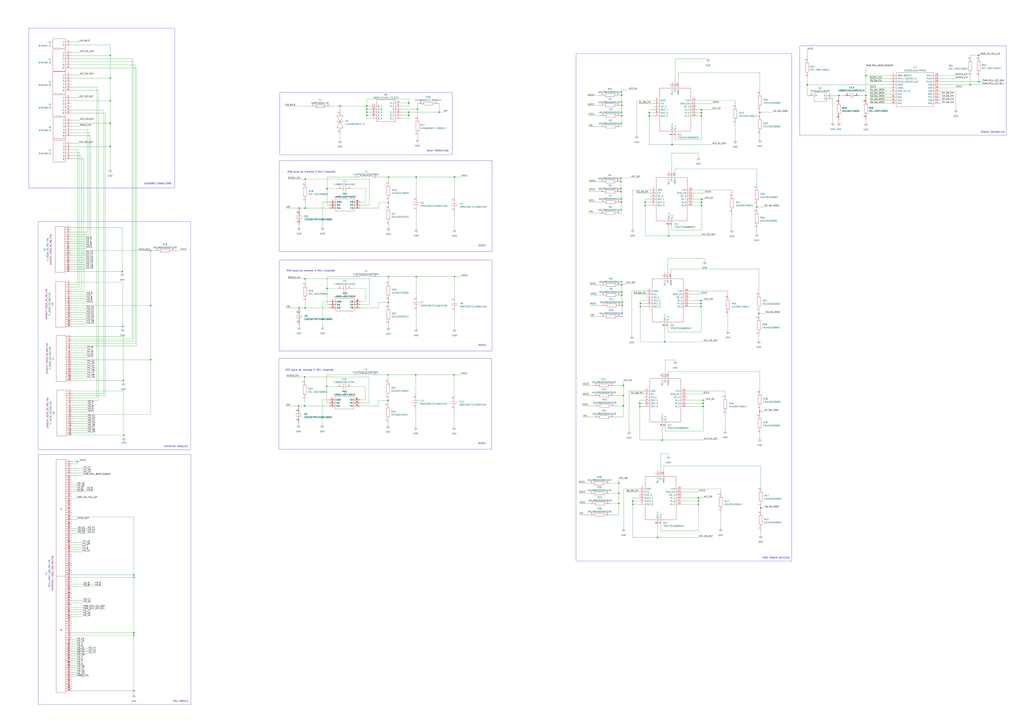
<source format=kicad_sch>
(kicad_sch (version 20230121) (generator eeschema)
  (paper "A1")
  (junction (at 510.667 242.57))
  (junction (at 803.91 45.339))
  (junction (at 335.661 94.742))
  (junction (at 510.413 165.989))
  (junction (at 250.571 229.108))
  (junction (at 360.68 92.202))
  (junction (at 540.004 441.706))
  (junction (at 250.571 252.984))
  (junction (at 123.698 295.656))
  (junction (at 101.346 312.801))
  (junction (at 575.691 249.428))
  (junction (at 342.9 89.662))
  (junction (at 109.982 474.472))
  (junction (at 90.551 64.135))
  (junction (at 250.571 171.069))
  (junction (at 319.024 166.624))
  (junction (at 662.94 69.723))
  (junction (at 575.691 246.888))
  (junction (at 525.907 249.428))
  (junction (at 508.254 405.511))
  (junction (at 319.024 227.33))
  (junction (at 301.244 87.122))
  (junction (at 373.253 227.33))
  (junction (at 510.54 94.996))
  (junction (at 545.973 280.924))
  (junction (at 623.316 257.556))
  (junction (at 549.275 193.802))
  (junction (at 576.072 92.71))
  (junction (at 341.376 307.975))
  (junction (at 109.982 520.065))
  (junction (at 508.254 397.129))
  (junction (at 577.469 328.93))
  (junction (at 245.237 333.629))
  (junction (at 551.942 118.872))
  (junction (at 301.244 89.662))
  (junction (at 577.469 331.47))
  (junction (at 318.643 307.975))
  (junction (at 341.757 227.33))
  (junction (at 711.2 78.486))
  (junction (at 109.982 472.567))
  (junction (at 525.907 251.968))
  (junction (at 335.661 84.582))
  (junction (at 245.618 171.069))
  (junction (at 803.91 67.183))
  (junction (at 123.698 205.994))
  (junction (at 576.072 95.25))
  (junction (at 576.199 166.243))
  (junction (at 319.024 248.539))
  (junction (at 510.54 86.614))
  (junction (at 250.19 333.629))
  (junction (at 576.072 90.17))
  (junction (at 509.905 157.607))
  (junction (at 525.526 334.01))
  (junction (at 109.982 567.69))
  (junction (at 508.254 413.893))
  (junction (at 529.844 166.243))
  (junction (at 573.659 409.321))
  (junction (at 543.814 361.696))
  (junction (at 510.54 78.232))
  (junction (at 509.778 149.225))
  (junction (at 576.199 163.703))
  (junction (at 319.024 145.415))
  (junction (at 796.798 69.723))
  (junction (at 372.872 307.975))
  (junction (at 268.605 236.982))
  (junction (at 519.557 414.401))
  (junction (at 301.244 92.202))
  (junction (at 250.571 147.193))
  (junction (at 245.618 252.984))
  (junction (at 123.698 251.079))
  (junction (at 529.844 168.783))
  (junction (at 573.659 411.861))
  (junction (at 100.838 268.224))
  (junction (at 512.064 325.12))
  (junction (at 533.273 92.71))
  (junction (at 525.526 331.47))
  (junction (at 575.691 251.968))
  (junction (at 109.982 521.97))
  (junction (at 577.469 334.01))
  (junction (at 512.064 316.738))
  (junction (at 573.659 414.401))
  (junction (at 318.643 329.184))
  (junction (at 250.19 309.753))
  (junction (at 621.411 170.053))
  (junction (at 373.253 145.415))
  (junction (at 268.605 155.067))
  (junction (at 268.224 317.627))
  (junction (at 688.975 78.486))
  (junction (at 511.175 250.952))
  (junction (at 90.551 101.346))
  (junction (at 90.551 120.269))
  (junction (at 533.273 95.25))
  (junction (at 623.951 338.074))
  (junction (at 90.551 82.804))
  (junction (at 100.33 223.139))
  (junction (at 301.244 94.742))
  (junction (at 279.273 87.122))
  (junction (at 101.727 357.632))
  (junction (at 90.551 45.72))
  (junction (at 510.54 234.188))
  (junction (at 335.661 92.202))
  (junction (at 711.2 62.103))
  (junction (at 624.713 417.449))
  (junction (at 519.557 411.861))
  (junction (at 512.064 333.502))
  (junction (at 341.757 145.415))
  (junction (at 576.199 168.783))
  (junction (at 624.078 92.329))
  (junction (at 63.5 379.222))
  (wire (pts (xy 373.253 174.498) (xy 373.253 188.341)))
  (wire (pts (xy 635.127 92.329) (xy 624.078 92.329)))
  (wire (pts (xy 59.055 550.545) (xy 63.246 550.545)))
  (wire (pts (xy 59.055 481.965) (xy 77.978 481.965)))
  (wire (pts (xy 59.055 541.02) (xy 63.246 541.02)))
  (wire (pts (xy 575.818 272.796) (xy 548.513 272.796)))
  (wire (pts (xy 245.237 333.629) (xy 245.237 334.645)))
  (wire (pts (xy 245.618 252.984) (xy 250.571 252.984)))
  (wire (pts (xy 564.134 328.93) (xy 577.469 328.93)))
  (wire (pts (xy 245.618 184.785) (xy 245.618 186.563)))
  (wire (pts (xy 373.253 227.33) (xy 373.253 243.713)))
  (wire (pts (xy 566.293 251.968) (xy 575.691 251.968)))
  (wire (pts (xy 310.769 333.629) (xy 310.769 329.184)))
  (wire (pts (xy 90.551 82.804) (xy 90.551 101.346)))
  (wire (pts (xy 519.557 414.401) (xy 524.764 414.401)))
  (wire (pts (xy 621.411 188.468) (xy 621.411 192.024)))
  (wire (pts (xy 59.055 506.73) (xy 68.199 506.73)))
  (wire (pts (xy 784.987 89.916) (xy 784.987 74.803)))
  (wire (pts (xy 564.134 323.85) (xy 577.469 323.85)))
  (wire (pts (xy 72.009 190.754) (xy 58.42 190.754)))
  (wire (pts (xy 301.244 94.742) (xy 301.244 92.202)))
  (wire (pts (xy 268.605 227.33) (xy 290.449 227.33)))
  (wire (pts (xy 341.376 307.975) (xy 372.872 307.975)))
  (wire (pts (xy 112.141 55.88) (xy 112.141 284.226)))
  (wire (pts (xy 301.244 81.407) (xy 301.244 87.122)))
  (wire (pts (xy 123.698 295.656) (xy 123.698 340.487)))
  (wire (pts (xy 711.2 80.391) (xy 711.2 78.486)))
  (wire (pts (xy 59.055 480.06) (xy 77.978 480.06)))
  (wire (pts (xy 70.993 245.364) (xy 58.928 245.364)))
  (wire (pts (xy 90.678 120.269) (xy 90.551 120.269)))
  (wire (pts (xy 573.659 125.73) (xy 551.815 125.73)))
  (wire (pts (xy 525.907 246.888) (xy 530.733 246.888)))
  (wire (pts (xy 58.928 256.794) (xy 70.993 256.794)))
  (wire (pts (xy 577.85 409.321) (xy 573.659 409.321)))
  (wire (pts (xy 59.436 301.371) (xy 71.501 301.371)))
  (wire (pts (xy 63.246 542.925) (xy 59.055 542.925)))
  (wire (pts (xy 591.82 401.701) (xy 560.324 401.701)))
  (wire (pts (xy 623.951 305.308) (xy 548.894 305.308)))
  (wire (pts (xy 59.055 384.937) (xy 68.453 384.937)))
  (wire (pts (xy 101.346 276.606) (xy 101.346 312.801)))
  (wire (pts (xy 59.055 445.897) (xy 67.691 445.897)))
  (wire (pts (xy 73.279 108.966) (xy 58.801 108.966)))
  (wire (pts (xy 59.436 310.896) (xy 71.501 310.896)))
  (wire (pts (xy 58.42 211.709) (xy 70.485 211.709)))
  (wire (pts (xy 624.713 382.778) (xy 545.084 382.778)))
  (wire (pts (xy 319.024 145.415) (xy 319.024 147.955)))
  (wire (pts (xy 577.469 334.01) (xy 577.469 354.33)))
  (wire (pts (xy 58.674 34.417) (xy 65.151 34.417)))
  (wire (pts (xy 59.055 537.21) (xy 72.517 537.21)))
  (wire (pts (xy 66.929 128.016) (xy 58.801 128.016)))
  (wire (pts (xy 560.324 404.241) (xy 573.913 404.241)))
  (wire (pts (xy 540.004 441.706) (xy 573.786 441.706)))
  (wire (pts (xy 525.907 249.428) (xy 525.907 251.968)))
  (wire (pts (xy 546.354 295.91) (xy 546.354 306.07)))
  (wire (pts (xy 557.022 59.69) (xy 557.022 67.31)))
  (wire (pts (xy 373.253 145.415) (xy 373.253 161.798)))
  (wire (pts (xy 71.501 288.036) (xy 59.436 288.036)))
  (wire (pts (xy 509.778 157.607) (xy 509.905 157.607)))
  (wire (pts (xy 74.549 194.564) (xy 58.42 194.564)))
  (wire (pts (xy 483.87 156.718) (xy 483.743 156.718)))
  (wire (pts (xy 484.759 260.096) (xy 484.759 259.969)))
  (wire (pts (xy 493.395 250.952) (xy 484.632 250.952)))
  (wire (pts (xy 591.82 403.733) (xy 591.82 401.701)))
  (wire (pts (xy 59.055 495.3) (xy 68.326 495.3)))
  (wire (pts (xy 72.009 106.426) (xy 72.009 190.754)))
  (wire (pts (xy 236.474 147.193) (xy 250.571 147.193)))
  (wire (pts (xy 59.436 297.561) (xy 71.501 297.561)))
  (wire (pts (xy 58.42 215.519) (xy 70.485 215.519)))
  (wire (pts (xy 58.928 237.744) (xy 66.929 237.744)))
  (wire (pts (xy 573.659 436.372) (xy 542.544 436.372)))
  (wire (pts (xy 59.436 305.181) (xy 71.501 305.181)))
  (wire (pts (xy 528.574 321.31) (xy 516.636 321.31)))
  (wire (pts (xy 601.091 158.115) (xy 601.091 156.083)))
  (wire (pts (xy 623.951 338.074) (xy 623.951 338.963)))
  (wire (pts (xy 508.254 405.511) (xy 508.254 413.893)))
  (wire (pts (xy 268.605 168.529) (xy 268.605 155.067)))
  (wire (pts (xy 329.692 87.122) (xy 335.661 87.122)))
  (wire (pts (xy 90.551 64.135) (xy 90.551 82.804)))
  (wire (pts (xy 624.078 59.69) (xy 624.078 73.787)))
  (wire (pts (xy 771.779 82.423) (xy 773.557 82.423)))
  (wire (pts (xy 573.659 409.321) (xy 573.659 411.861)))
  (wire (pts (xy 270.637 247.904) (xy 264.922 247.904)))
  (wire (pts (xy 250.571 166.624) (xy 250.571 171.069)))
  (wire (pts (xy 59.817 325.247) (xy 86.487 325.247)))
  (wire (pts (xy 63.5 381.127) (xy 63.5 379.222)))
  (wire (pts (xy 311.15 171.069) (xy 311.15 166.624)))
  (wire (pts (xy 623.316 220.98) (xy 623.316 239.014)))
  (wire (pts (xy 59.436 276.606) (xy 101.346 276.606)))
  (wire (pts (xy 705.866 78.486) (xy 711.2 78.486)))
  (wire (pts (xy 270.256 331.089) (xy 268.224 331.089)))
  (wire (pts (xy 318.643 307.975) (xy 318.643 310.515)))
  (wire (pts (xy 603.758 84.582) (xy 603.758 82.55)))
  (wire (pts (xy 597.789 259.08) (xy 597.789 271.907)))
  (wire (pts (xy 59.055 424.942) (xy 109.982 424.942)))
  (wire (pts (xy 504.825 316.738) (xy 512.064 316.738)))
  (wire (pts (xy 101.727 321.437) (xy 101.727 357.632)))
  (wire (pts (xy 289.433 236.982) (xy 300.482 236.982)))
  (wire (pts (xy 59.055 390.652) (xy 68.58 390.652)))
  (wire (pts (xy 545.973 269.748) (xy 545.973 280.924)))
  (wire (pts (xy 623.316 256.794) (xy 623.316 257.556)))
  (wire (pts (xy 58.42 217.424) (xy 70.485 217.424)))
  (wire (pts (xy 59.817 353.822) (xy 71.882 353.822)))
  (wire (pts (xy 90.551 45.72) (xy 90.551 64.135)))
  (wire (pts (xy 300.482 165.989) (xy 296.037 165.989)))
  (wire (pts (xy 624.713 399.161) (xy 624.713 382.778)))
  (wire (pts (xy 516.382 73.914) (xy 510.54 73.914)))
  (wire (pts (xy 335.661 92.202) (xy 360.68 92.202)))
  (wire (pts (xy 270.256 328.549) (xy 264.541 328.549)))
  (wire (pts (xy 59.055 499.11) (xy 68.326 499.11)))
  (wire (pts (xy 58.928 260.604) (xy 70.993 260.604)))
  (wire (pts (xy 624.713 417.449) (xy 628.015 417.449)))
  (wire (pts (xy 483.743 175.133) (xy 483.743 174.879)))
  (wire (pts (xy 254.127 87.122) (xy 234.061 87.122)))
  (wire (pts (xy 731.139 69.723) (xy 662.94 69.723)))
  (wire (pts (xy 304.292 89.662) (xy 301.244 89.662)))
  (wire (pts (xy 624.713 436.372) (xy 624.713 439.928)))
  (wire (pts (xy 100.838 268.224) (xy 100.838 270.002)))
  (wire (pts (xy 341.757 227.33) (xy 341.757 242.951)))
  (wire (pts (xy 100.33 186.944) (xy 100.33 223.139)))
  (wire (pts (xy 58.928 249.174) (xy 71.12 249.174)))
  (wire (pts (xy 59.055 402.082) (xy 71.247 402.082)))
  (wire (pts (xy 110.998 53.34) (xy 58.674 53.34)))
  (wire (pts (xy 59.055 533.4) (xy 72.517 533.4)))
  (wire (pts (xy 549.275 186.563) (xy 549.275 193.802)))
  (wire (pts (xy 250.19 333.629) (xy 270.256 333.629)))
  (wire (pts (xy 59.817 357.632) (xy 101.727 357.632)))
  (wire (pts (xy 59.055 409.702) (xy 63.373 409.702)))
  (wire (pts (xy 301.244 87.122) (xy 304.292 87.122)))
  (wire (pts (xy 59.817 342.392) (xy 71.882 342.392)))
  (wire (pts (xy 68.961 239.649) (xy 68.961 130.556)))
  (wire (pts (xy 279.273 87.122) (xy 279.273 89.916)))
  (wire (pts (xy 59.055 521.97) (xy 109.982 521.97)))
  (wire (pts (xy 58.42 221.234) (xy 70.485 221.234)))
  (wire (pts (xy 510.413 165.989) (xy 510.413 157.607)))
  (wire (pts (xy 492.76 234.188) (xy 484.251 234.188)))
  (wire (pts (xy 683.895 81.026) (xy 683.895 100.711)))
  (wire (pts (xy 483.362 165.989) (xy 483.362 165.735)))
  (wire (pts (xy 533.273 95.25) (xy 533.273 118.872)))
  (wire (pts (xy 65.278 235.839) (xy 58.928 235.839)))
  (wire (pts (xy 771.779 62.103) (xy 784.606 62.103)))
  (wire (pts (xy 245.618 171.069) (xy 250.571 171.069)))
  (wire (pts (xy 329.692 89.662) (xy 342.9 89.662)))
  (wire (pts (xy 484.886 242.57) (xy 484.886 242.443)))
  (wire (pts (xy 58.42 223.139) (xy 100.33 223.139)))
  (wire (pts (xy 784.987 74.803) (xy 771.779 74.803)))
  (wire (pts (xy 509.778 149.225) (xy 509.778 157.607)))
  (wire (pts (xy 533.273 90.17) (xy 536.702 90.17)))
  (wire (pts (xy 144.399 205.994) (xy 148.209 205.994)))
  (wire (pts (xy 487.68 333.502) (xy 478.282 333.502)))
  (wire (pts (xy 303.022 331.089) (xy 303.022 309.753)))
  (wire (pts (xy 126.619 205.994) (xy 123.698 205.994)))
  (wire (pts (xy 250.571 147.193) (xy 250.571 148.844)))
  (wire (pts (xy 268.605 155.067) (xy 268.605 145.415)))
  (wire (pts (xy 693.166 78.486) (xy 688.975 78.486)))
  (wire (pts (xy 512.064 342.646) (xy 505.079 342.646)))
  (wire (pts (xy 492.252 175.133) (xy 483.743 175.133)))
  (wire (pts (xy 264.922 247.904) (xy 264.922 268.478)))
  (wire (pts (xy 59.436 291.846) (xy 71.501 291.846)))
  (wire (pts (xy 482.727 86.614) (xy 482.727 86.868)))
  (wire (pts (xy 59.055 493.395) (xy 68.326 493.395)))
  (wire (pts (xy 534.035 158.623) (xy 522.732 158.623)))
  (wire (pts (xy 58.42 196.469) (xy 70.485 196.469)))
  (wire (pts (xy 573.659 411.861) (xy 573.659 414.401)))
  (wire (pts (xy 58.928 241.554) (xy 70.993 241.554)))
  (wire (pts (xy 58.674 36.957) (xy 90.551 36.957)))
  (wire (pts (xy 796.798 45.339) (xy 803.91 45.339)))
  (wire (pts (xy 319.024 247.65) (xy 319.024 248.539)))
  (wire (pts (xy 548.513 272.796) (xy 548.513 269.748)))
  (wire (pts (xy 533.273 95.25) (xy 536.702 95.25)))
  (wire (pts (xy 90.551 36.957) (xy 90.551 45.72)))
  (wire (pts (xy 662.94 69.723) (xy 662.94 64.389)))
  (wire (pts (xy 110.998 53.34) (xy 110.998 282.321)))
  (wire (pts (xy 478.282 333.502) (xy 478.282 333.375)))
  (wire (pts (xy 310.769 145.415) (xy 319.024 145.415)))
  (wire (pts (xy 341.376 336.296) (xy 341.376 350.774)))
  (wire (pts (xy 624.078 91.567) (xy 624.078 92.329)))
  (wire (pts (xy 509.905 78.232) (xy 510.54 78.232)))
  (wire (pts (xy 58.42 219.329) (xy 70.485 219.329)))
  (wire (pts (xy 543.814 361.696) (xy 525.526 361.696)))
  (wire (pts (xy 58.801 125.476) (xy 65.278 125.476)))
  (wire (pts (xy 100.33 223.139) (xy 100.33 224.409)))
  (wire (pts (xy 59.055 544.83) (xy 63.246 544.83)))
  (wire (pts (xy 491.998 149.225) (xy 483.743 149.225)))
  (wire (pts (xy 341.757 173.736) (xy 341.757 188.214)))
  (wire (pts (xy 621.411 138.811) (xy 554.355 138.811)))
  (wire (pts (xy 578.739 212.598) (xy 548.513 212.598)))
  (wire (pts (xy 540.004 432.181) (xy 540.004 441.706)))
  (wire (pts (xy 59.055 539.115) (xy 63.246 539.115)))
  (wire (pts (xy 624.713 417.449) (xy 624.713 418.592)))
  (wire (pts (xy 318.643 307.975) (xy 341.376 307.975)))
  (wire (pts (xy 235.077 171.069) (xy 245.618 171.069)))
  (wire (pts (xy 70.485 200.279) (xy 58.42 200.279)))
  (wire (pts (xy 59.055 525.78) (xy 63.119 525.78)))
  (wire (pts (xy 510.413 165.989) (xy 510.413 175.133)))
  (wire (pts (xy 510.54 234.188) (xy 510.54 242.57)))
  (wire (pts (xy 569.595 168.783) (xy 576.199 168.783)))
  (wire (pts (xy 245.618 171.069) (xy 245.618 172.085)))
  (wire (pts (xy 318.643 347.853) (xy 318.643 349.504)))
  (wire (pts (xy 58.928 264.414) (xy 70.993 264.414)))
  (wire (pts (xy 59.055 403.987) (xy 71.247 403.987)))
  (wire (pts (xy 79.629 71.755) (xy 58.674 71.755)))
  (wire (pts (xy 58.928 247.269) (xy 70.993 247.269)))
  (wire (pts (xy 510.667 242.57) (xy 510.667 250.952)))
  (wire (pts (xy 58.42 209.804) (xy 70.485 209.804)))
  (wire (pts (xy 59.055 451.612) (xy 67.691 451.612)))
  (wire (pts (xy 58.674 82.804) (xy 90.551 82.804)))
  (wire (pts (xy 575.691 246.888) (xy 575.691 249.428)))
  (wire (pts (xy 536.702 82.55) (xy 522.986 82.55)))
  (wire (pts (xy 525.907 280.924) (xy 545.973 280.924)))
  (wire (pts (xy 59.055 546.735) (xy 63.246 546.735)))
  (wire (pts (xy 475.488 405.511) (xy 475.488 405.257)))
  (wire (pts (xy 268.224 317.627) (xy 276.352 317.627)))
  (wire (pts (xy 554.355 138.811) (xy 554.355 140.843)))
  (wire (pts (xy 378.968 145.415) (xy 373.253 145.415)))
  (wire (pts (xy 59.055 386.842) (xy 68.453 386.842)))
  (wire (pts (xy 86.487 92.964) (xy 86.487 325.247)))
  (wire (pts (xy 58.42 186.944) (xy 100.33 186.944)))
  (wire (pts (xy 59.055 472.567) (xy 109.982 472.567)))
  (wire (pts (xy 519.557 411.861) (xy 519.557 409.321)))
  (wire (pts (xy 529.844 193.802) (xy 549.275 193.802)))
  (wire (pts (xy 512.191 401.701) (xy 524.764 401.701)))
  (wire (pts (xy 519.557 441.706) (xy 540.004 441.706)))
  (wire (pts (xy 59.055 379.222) (xy 63.5 379.222)))
  (wire (pts (xy 235.077 252.984) (xy 245.618 252.984)))
  (wire (pts (xy 525.907 251.968) (xy 530.733 251.968)))
  (wire (pts (xy 551.942 118.872) (xy 584.835 118.872)))
  (wire (pts (xy 731.139 74.803) (xy 714.502 74.803)))
  (wire (pts (xy 58.674 45.72) (xy 90.551 45.72)))
  (wire (pts (xy 771.779 69.723) (xy 796.798 69.723)))
  (wire (pts (xy 301.244 89.662) (xy 301.244 87.122)))
  (wire (pts (xy 554.482 114.808) (xy 576.072 114.808)))
  (wire (pts (xy 554.609 295.91) (xy 554.609 296.799)))
  (wire (pts (xy 548.513 212.598) (xy 548.513 224.028)))
  (wire (pts (xy 529.844 166.243) (xy 529.844 163.703)))
  (wire (pts (xy 360.68 85.09) (xy 360.68 92.202)))
  (wire (pts (xy 372.872 337.058) (xy 372.872 350.901)))
  (wire (pts (xy 578.612 163.703) (xy 576.199 163.703)))
  (wire (pts (xy 572.262 95.25) (xy 576.072 95.25)))
  (wire (pts (xy 71.501 289.941) (xy 59.436 289.941)))
  (wire (pts (xy 512.064 316.738) (xy 512.064 325.12)))
  (wire (pts (xy 236.474 229.108) (xy 250.571 229.108)))
  (wire (pts (xy 627.888 170.053) (xy 621.411 170.053)))
  (wire (pts (xy 335.661 92.202) (xy 329.692 92.202)))
  (wire (pts (xy 59.055 474.472) (xy 109.982 474.472)))
  (wire (pts (xy 268.605 236.982) (xy 268.605 227.33)))
  (wire (pts (xy 623.316 257.556) (xy 623.316 258.445)))
  (wire (pts (xy 296.037 171.069) (xy 311.15 171.069)))
  (wire (pts (xy 109.982 472.567) (xy 109.982 474.472)))
  (wire (pts (xy 577.469 331.47) (xy 577.469 334.01)))
  (wire (pts (xy 510.413 175.133) (xy 510.032 175.133)))
  (wire (pts (xy 516.636 321.31) (xy 516.636 354.33)))
  (wire (pts (xy 59.817 344.297) (xy 71.882 344.297)))
  (wire (pts (xy 529.844 168.783) (xy 534.035 168.783)))
  (wire (pts (xy 300.482 236.982) (xy 300.482 247.904)))
  (wire (pts (xy 512.064 313.563) (xy 512.064 316.738)))
  (wire (pts (xy 70.485 198.374) (xy 58.42 198.374)))
  (wire (pts (xy 59.436 293.751) (xy 71.628 293.751)))
  (wire (pts (xy 542.544 432.181) (xy 542.544 436.372)))
  (wire (pts (xy 245.237 347.345) (xy 245.237 349.123)))
  (wire (pts (xy 58.928 233.934) (xy 63.754 233.934)))
  (wire (pts (xy 510.032 86.614) (xy 510.54 86.614)))
  (wire (pts (xy 803.91 45.339) (xy 805.053 45.339)))
  (wire (pts (xy 58.674 80.264) (xy 64.897 80.264)))
  (wire (pts (xy 731.139 67.183) (xy 714.375 67.183)))
  (wire (pts (xy 59.055 548.64) (xy 63.246 548.64)))
  (wire (pts (xy 475.869 423.037) (xy 475.869 422.91)))
  (wire (pts (xy 58.674 92.964) (xy 86.487 92.964)))
  (wire (pts (xy 569.595 166.243) (xy 576.199 166.243)))
  (wire (pts (xy 80.899 74.295) (xy 80.899 329.057)))
  (wire (pts (xy 771.779 64.643) (xy 784.733 64.643)))
  (wire (pts (xy 510.159 104.14) (xy 510.54 104.14)))
  (wire (pts (xy 560.324 409.321) (xy 573.659 409.321)))
  (wire (pts (xy 511.175 250.952) (xy 511.175 260.096)))
  (wire (pts (xy 59.436 308.991) (xy 71.501 308.991)))
  (wire (pts (xy 268.605 236.982) (xy 276.733 236.982)))
  (wire (pts (xy 319.024 145.415) (xy 341.757 145.415)))
  (wire (pts (xy 59.436 307.086) (xy 71.501 307.086)))
  (wire (pts (xy 623.951 356.743) (xy 623.951 360.299)))
  (wire (pts (xy 268.224 317.627) (xy 268.224 307.975)))
  (wire (pts (xy 250.571 248.539) (xy 250.571 252.984)))
  (wire (pts (xy 492.379 104.14) (xy 483.489 104.14)))
  (wire (pts (xy 623.951 337.312) (xy 623.951 338.074)))
  (wire (pts (xy 579.628 328.93) (xy 577.469 328.93)))
  (wire (pts (xy 512.064 325.12) (xy 512.064 333.502)))
  (wire (pts (xy 59.055 520.065) (xy 109.982 520.065)))
  (wire (pts (xy 58.674 43.18) (xy 65.532 43.18)))
  (wire (pts (xy 59.055 388.747) (xy 68.453 388.747)))
  (wire (pts (xy 577.469 354.33) (xy 546.354 354.33)))
  (wire (pts (xy 624.078 92.329) (xy 624.078 93.218)))
  (wire (pts (xy 533.273 118.872) (xy 551.942 118.872)))
  (wire (pts (xy 270.637 250.444) (xy 268.605 250.444)))
  (wire (pts (xy 58.928 252.984) (xy 70.993 252.984)))
  (wire (pts (xy 329.692 97.282) (xy 335.661 97.282)))
  (wire (pts (xy 311.15 248.539) (xy 319.024 248.539)))
  (wire (pts (xy 510.54 86.614) (xy 510.54 94.996)))
  (wire (pts (xy 525.526 334.01) (xy 528.574 334.01)))
  (wire (pts (xy 59.055 453.517) (xy 67.691 453.517)))
  (wire (pts (xy 576.199 163.703) (xy 576.199 166.243)))
  (wire (pts (xy 319.024 166.624) (xy 319.024 167.513)))
  (wire (pts (xy 303.403 250.444) (xy 303.403 229.108)))
  (wire (pts (xy 100.838 232.029) (xy 100.838 268.224)))
  (wire (pts (xy 58.42 204.089) (xy 70.612 204.089)))
  (wire (pts (xy 58.42 213.614) (xy 70.485 213.614)))
  (wire (pts (xy 483.87 157.607) (xy 483.87 156.718)))
  (wire (pts (xy 576.072 95.25) (xy 576.072 92.71)))
  (wire (pts (xy 58.801 101.346) (xy 90.551 101.346)))
  (wire (pts (xy 74.549 111.506) (xy 74.549 194.564)))
  (wire (pts (xy 101.346 312.801) (xy 101.346 314.325)))
  (wire (pts (xy 572.262 92.71) (xy 576.072 92.71)))
  (wire (pts (xy 58.674 55.88) (xy 112.141 55.88)))
  (wire (pts (xy 59.817 323.342) (xy 85.09 323.342)))
  (wire (pts (xy 621.411 169.037) (xy 621.411 170.053)))
  (wire (pts (xy 543.814 351.79) (xy 543.814 361.696)))
  (wire (pts (xy 59.817 350.012) (xy 71.882 350.012)))
  (wire (pts (xy 796.798 63.119) (xy 796.798 69.723)))
  (wire (pts (xy 501.65 413.893) (xy 508.254 413.893)))
  (wire (pts (xy 577.469 328.93) (xy 577.469 331.47)))
  (wire (pts (xy 311.15 252.984) (xy 311.15 248.539)))
  (wire (pts (xy 484.632 250.952) (xy 484.632 250.571)))
  (wire (pts (xy 73.279 192.659) (xy 73.279 108.966)))
  (wire (pts (xy 566.293 249.428) (xy 575.691 249.428)))
  (wire (pts (xy 109.982 521.97) (xy 109.982 567.69)))
  (wire (pts (xy 483.362 405.511) (xy 475.488 405.511)))
  (wire (pts (xy 603.758 102.362) (xy 603.758 115.189)))
  (wire (pts (xy 289.052 317.627) (xy 300.101 317.627)))
  (wire (pts (xy 59.055 434.467) (xy 71.882 434.467)))
  (wire (pts (xy 623.951 338.074) (xy 627.761 338.074)))
  (wire (pts (xy 59.817 330.962) (xy 71.882 330.962)))
  (wire (pts (xy 300.101 317.627) (xy 300.101 328.549)))
  (wire (pts (xy 59.055 381.127) (xy 63.5 381.127)))
  (wire (pts (xy 301.244 81.407) (xy 335.661 81.407)))
  (wire (pts (xy 300.482 247.904) (xy 296.037 247.904)))
  (wire (pts (xy 335.661 81.407) (xy 335.661 84.582)))
  (wire (pts (xy 501.015 397.129) (xy 508.254 397.129)))
  (wire (pts (xy 59.055 535.305) (xy 72.517 535.305)))
  (wire (pts (xy 711.2 78.486) (xy 711.2 62.103)))
  (wire (pts (xy 545.973 280.924) (xy 577.723 280.924)))
  (wire (pts (xy 475.996 413.893) (xy 483.87 413.893)))
  (wire (pts (xy 268.605 155.067) (xy 276.733 155.067)))
  (wire (pts (xy 342.9 89.662) (xy 342.9 94.615)))
  (wire (pts (xy 510.54 242.57) (xy 510.667 242.57)))
  (wire (pts (xy 58.42 202.184) (xy 70.485 202.184)))
  (wire (pts (xy 483.489 423.037) (xy 475.869 423.037)))
  (wire (pts (xy 519.557 441.706) (xy 519.557 414.401)))
  (wire (pts (xy 731.139 72.263) (xy 714.375 72.263)))
  (wire (pts (xy 289.433 155.067) (xy 300.482 155.067)))
  (wire (pts (xy 342.9 85.09) (xy 342.9 89.662)))
  (wire (pts (xy 58.801 130.556) (xy 68.961 130.556)))
  (wire (pts (xy 530.733 249.428) (xy 525.907 249.428)))
  (wire (pts (xy 335.661 97.282) (xy 335.661 94.742)))
  (wire (pts (xy 101.727 357.632) (xy 101.727 359.664)))
  (wire (pts (xy 518.287 146.177) (xy 509.778 146.177)))
  (wire (pts (xy 58.928 266.319) (xy 70.993 266.319)))
  (wire (pts (xy 58.801 117.856) (xy 64.77 117.856)))
  (wire (pts (xy 109.601 50.8) (xy 109.601 280.416)))
  (wire (pts (xy 271.907 87.122) (xy 279.273 87.122)))
  (wire (pts (xy 536.702 85.09) (xy 524.637 85.09)))
  (wire (pts (xy 250.19 309.753) (xy 250.19 311.404)))
  (wire (pts (xy 578.104 246.888) (xy 575.691 246.888)))
  (wire (pts (xy 123.698 205.994) (xy 123.698 251.079)))
  (wire (pts (xy 493.014 260.096) (xy 484.759 260.096)))
  (wire (pts (xy 519.684 156.083) (xy 519.684 188.214)))
  (wire (pts (xy 573.659 414.401) (xy 573.659 436.372)))
  (wire (pts (xy 771.779 84.963) (xy 773.684 84.963)))
  (wire (pts (xy 688.975 78.486) (xy 683.895 78.486)))
  (wire (pts (xy 624.713 416.941) (xy 624.713 417.449)))
  (wire (pts (xy 711.2 98.171) (xy 711.2 100.965)))
  (wire (pts (xy 296.037 250.444) (xy 303.403 250.444)))
  (wire (pts (xy 529.844 163.703) (xy 534.035 163.703)))
  (wire (pts (xy 621.411 151.257) (xy 621.411 138.811)))
  (wire (pts (xy 546.354 351.79) (xy 546.354 354.33)))
  (wire (pts (xy 564.134 334.01) (xy 577.469 334.01)))
  (wire (pts (xy 576.199 166.243) (xy 576.199 168.783)))
  (wire (pts (xy 300.482 155.067) (xy 300.482 165.989)))
  (wire (pts (xy 59.436 295.656) (xy 123.698 295.656)))
  (wire (pts (xy 329.692 84.582) (xy 335.661 84.582)))
  (wire (pts (xy 566.293 241.808) (xy 575.564 241.808)))
  (wire (pts (xy 487.172 324.866) (xy 478.409 324.866)))
  (wire (pts (xy 533.273 90.17) (xy 533.273 92.71)))
  (wire (pts (xy 731.139 84.963) (xy 714.502 84.963)))
  (wire (pts (xy 576.072 90.17) (xy 576.072 92.71)))
  (wire (pts (xy 304.292 97.282) (xy 301.244 97.282)))
  (wire (pts (xy 492.887 242.57) (xy 484.886 242.57)))
  (wire (pts (xy 58.801 98.806) (xy 65.532 98.806)))
  (wire (pts (xy 58.674 50.8) (xy 109.601 50.8)))
  (wire (pts (xy 59.817 346.202) (xy 71.882 346.202)))
  (wire (pts (xy 572.262 90.17) (xy 576.072 90.17)))
  (wire (pts (xy 296.037 252.984) (xy 311.15 252.984)))
  (wire (pts (xy 58.801 111.506) (xy 74.549 111.506)))
  (wire (pts (xy 576.199 168.783) (xy 576.199 188.976)))
  (wire (pts (xy 304.292 94.742) (xy 301.244 94.742)))
  (wire (pts (xy 575.818 251.968) (xy 575.691 251.968)))
  (wire (pts (xy 80.899 329.057) (xy 59.817 329.057)))
  (wire (pts (xy 59.817 351.917) (xy 71.882 351.917)))
  (wire (pts (xy 319.024 267.208) (xy 319.024 268.859)))
  (wire (pts (xy 58.928 254.889) (xy 70.993 254.889)))
  (wire (pts (xy 109.601 280.416) (xy 59.436 280.416)))
  (wire (pts (xy 63.754 122.936) (xy 58.801 122.936)))
  (wire (pts (xy 341.757 255.651) (xy 341.757 270.129)))
  (wire (pts (xy 508.254 423.037) (xy 501.269 423.037)))
  (wire (pts (xy 551.942 113.03) (xy 551.942 118.872)))
  (wire (pts (xy 279.273 110.236) (xy 279.273 115.062)))
  (wire (pts (xy 688.975 98.298) (xy 688.975 100.711)))
  (wire (pts (xy 318.643 328.295) (xy 318.643 329.184)))
  (wire (pts (xy 597.789 241.3) (xy 597.789 239.268)))
  (wire (pts (xy 564.134 331.47) (xy 577.469 331.47)))
  (wire (pts (xy 483.489 104.14) (xy 483.489 104.013)))
  (wire (pts (xy 771.779 67.183) (xy 803.91 67.183)))
  (wire (pts (xy 342.9 112.395) (xy 342.9 114.3)))
  (wire (pts (xy 300.101 328.549) (xy 295.656 328.549)))
  (wire (pts (xy 576.199 188.976) (xy 551.815 188.976)))
  (wire (pts (xy 59.055 426.847) (xy 63.754 426.847)))
  (wire (pts (xy 59.055 447.802) (xy 67.691 447.802)))
  (wire (pts (xy 504.952 325.12) (xy 512.064 325.12)))
  (wire (pts (xy 109.982 424.942) (xy 109.982 472.567)))
  (wire (pts (xy 372.872 307.975) (xy 372.872 324.358)))
  (wire (pts (xy 59.436 286.131) (xy 71.501 286.131)))
  (wire (pts (xy 59.817 355.727) (xy 71.882 355.727)))
  (wire (pts (xy 296.037 168.529) (xy 303.403 168.529)))
  (wire (pts (xy 569.595 158.623) (xy 578.739 158.623)))
  (wire (pts (xy 560.324 411.861) (xy 573.659 411.861)))
  (wire (pts (xy 577.85 361.696) (xy 543.814 361.696)))
  (wire (pts (xy 268.605 145.415) (xy 290.449 145.415)))
  (wire (pts (xy 595.63 321.31) (xy 564.134 321.31)))
  (wire (pts (xy 511.175 260.096) (xy 510.794 260.096)))
  (wire (pts (xy 576.072 90.17) (xy 584.835 90.17)))
  (wire (pts (xy 90.551 101.346) (xy 90.551 120.269)))
  (wire (pts (xy 108.585 278.511) (xy 108.585 48.26)))
  (wire (pts (xy 528.574 331.47) (xy 525.526 331.47)))
  (wire (pts (xy 268.605 250.444) (xy 268.605 236.982)))
  (wire (pts (xy 573.659 129.159) (xy 573.659 125.73)))
  (wire (pts (xy 234.696 333.629) (xy 245.237 333.629)))
  (wire (pts (xy 731.139 64.643) (xy 714.248 64.643)))
  (wire (pts (xy 58.928 262.509) (xy 70.993 262.509)))
  (wire (pts (xy 510.54 73.914) (xy 510.54 78.232)))
  (wire (pts (xy 525.526 328.93) (xy 528.574 328.93)))
  (wire (pts (xy 79.629 71.755) (xy 79.629 327.152)))
  (wire (pts (xy 59.055 567.69) (xy 109.982 567.69)))
  (wire (pts (xy 245.237 333.629) (xy 250.19 333.629)))
  (wire (pts (xy 478.409 316.738) (xy 478.409 316.611)))
  (wire (pts (xy 536.702 92.71) (xy 533.273 92.71)))
  (wire (pts (xy 123.698 251.079) (xy 123.698 295.656)))
  (wire (pts (xy 475.107 397.129) (xy 483.235 397.129)))
  (wire (pts (xy 525.907 246.888) (xy 525.907 249.428)))
  (wire (pts (xy 59.436 303.276) (xy 71.501 303.276)))
  (wire (pts (xy 319.024 227.33) (xy 319.024 229.87)))
  (wire (pts (xy 518.922 239.268) (xy 530.733 239.268)))
  (wire (pts (xy 624.078 110.998) (xy 624.078 114.554)))
  (wire (pts (xy 70.993 243.459) (xy 58.928 243.459)))
  (wire (pts (xy 341.376 307.975) (xy 341.376 323.596)))
  (wire (pts (xy 551.815 188.976) (xy 551.815 186.563)))
  (wire (pts (xy 319.024 248.539) (xy 319.024 249.428)))
  (wire (pts (xy 59.055 504.825) (xy 68.199 504.825)))
  (wire (pts (xy 529.844 193.802) (xy 529.844 168.783)))
  (wire (pts (xy 512.064 333.502) (xy 512.064 342.646)))
  (wire (pts (xy 58.42 207.899) (xy 70.485 207.899)))
  (wire (pts (xy 341.757 145.415) (xy 373.253 145.415)))
  (wire (pts (xy 519.557 409.321) (xy 524.764 409.321)))
  (wire (pts (xy 360.68 92.202) (xy 364.236 92.202)))
  (wire (pts (xy 295.656 333.629) (xy 310.769 333.629)))
  (wire (pts (xy 311.15 166.624) (xy 319.024 166.624)))
  (wire (pts (xy 533.273 92.71) (xy 533.273 95.25)))
  (wire (pts (xy 245.618 252.984) (xy 245.618 254)))
  (wire (pts (xy 270.637 165.989) (xy 264.922 165.989)))
  (wire (pts (xy 771.779 72.263) (xy 784.987 72.263)))
  (wire (pts (xy 378.587 307.975) (xy 372.872 307.975)))
  (wire (pts (xy 373.253 256.413) (xy 373.253 270.256)))
  (wire (pts (xy 301.244 87.122) (xy 279.273 87.122)))
  (wire (pts (xy 483.743 149.225) (xy 483.743 149.733)))
  (wire (pts (xy 58.801 106.426) (xy 72.009 106.426)))
  (wire (pts (xy 492.125 78.232) (xy 482.727 78.232)))
  (wire (pts (xy 595.63 341.122) (xy 595.63 353.949)))
  (wire (pts (xy 335.661 87.122) (xy 335.661 84.582)))
  (wire (pts (xy 662.94 46.609) (xy 662.94 41.148)))
  (wire (pts (xy 560.324 414.401) (xy 573.659 414.401)))
  (wire (pts (xy 522.986 82.55) (xy 522.986 111.379)))
  (wire (pts (xy 109.982 567.69) (xy 109.982 570.738)))
  (wire (pts (xy 549.021 372.872) (xy 549.021 374.65)))
  (wire (pts (xy 510.667 250.952) (xy 511.175 250.952)))
  (wire (pts (xy 621.411 170.053) (xy 621.411 170.688)))
  (wire (pts (xy 268.224 307.975) (xy 290.068 307.975)))
  (wire (pts (xy 80.899 74.295) (xy 58.674 74.295)))
  (wire (pts (xy 662.94 78.486) (xy 662.94 69.723)))
  (wire (pts (xy 295.656 331.089) (xy 303.022 331.089)))
  (wire (pts (xy 549.275 193.802) (xy 576.072 193.802)))
  (wire (pts (xy 59.055 400.177) (xy 63.246 400.177)))
  (wire (pts (xy 268.224 331.089) (xy 268.224 317.627)))
  (wire (pts (xy 270.637 168.529) (xy 268.605 168.529)))
  (wire (pts (xy 548.894 305.308) (xy 548.894 306.07)))
  (wire (pts (xy 528.574 323.85) (xy 518.287 323.85)))
  (wire (pts (xy 250.19 309.753) (xy 303.022 309.753)))
  (wire (pts (xy 492.252 86.614) (xy 482.727 86.614)))
  (wire (pts (xy 59.055 554.482) (xy 63.246 554.482)))
  (wire (pts (xy 492.125 157.607) (xy 483.87 157.607)))
  (wire (pts (xy 59.817 321.437) (xy 101.727 321.437)))
  (wire (pts (xy 59.055 531.495) (xy 63.246 531.495)))
  (wire (pts (xy 250.19 329.184) (xy 250.19 333.629)))
  (wire (pts (xy 90.678 120.396) (xy 90.678 120.269)))
  (wire (pts (xy 601.091 175.895) (xy 601.091 188.722)))
  (wire (pts (xy 58.928 268.224) (xy 100.838 268.224)))
  (wire (pts (xy 557.022 59.69) (xy 624.078 59.69)))
  (wire (pts (xy 310.388 307.975) (xy 318.643 307.975)))
  (wire (pts (xy 250.571 147.193) (xy 303.403 147.193)))
  (wire (pts (xy 711.2 54.864) (xy 711.2 62.103)))
  (wire (pts (xy 58.928 232.029) (xy 100.838 232.029)))
  (wire (pts (xy 109.982 474.472) (xy 109.982 520.065)))
  (wire (pts (xy 304.292 92.202) (xy 301.244 92.202)))
  (wire (pts (xy 59.055 501.015) (xy 68.326 501.015)))
  (wire (pts (xy 688.975 80.518) (xy 688.975 78.486)))
  (wire (pts (xy 545.084 382.778) (xy 545.084 386.461)))
  (wire (pts (xy 597.789 239.268) (xy 566.293 239.268)))
  (wire (pts (xy 71.882 332.867) (xy 59.817 332.867)))
  (wire (pts (xy 514.35 233.299) (xy 510.54 233.299)))
  (wire (pts (xy 510.54 233.299) (xy 510.54 234.188)))
  (wire (pts (xy 487.045 316.738) (xy 478.409 316.738)))
  (wire (pts (xy 58.674 61.595) (xy 65.405 61.595)))
  (wire (pts (xy 487.172 325.12) (xy 487.172 324.866)))
  (wire (pts (xy 482.727 78.232) (xy 482.727 79.121)))
  (wire (pts (xy 623.951 305.308) (xy 623.951 319.532)))
  (wire (pts (xy 483.235 94.742) (xy 483.235 94.996)))
  (wire (pts (xy 525.526 331.47) (xy 525.526 334.01)))
  (wire (pts (xy 310.769 329.184) (xy 318.643 329.184)))
  (wire (pts (xy 59.055 398.272) (xy 63.246 398.272)))
  (wire (pts (xy 250.571 252.984) (xy 270.637 252.984)))
  (wire (pts (xy 731.139 79.883) (xy 714.502 79.883)))
  (wire (pts (xy 250.571 171.069) (xy 270.637 171.069)))
  (wire (pts (xy 529.844 168.783) (xy 529.844 166.243)))
  (wire (pts (xy 492.633 165.989) (xy 483.362 165.989)))
  (wire (pts (xy 601.091 156.083) (xy 569.595 156.083)))
  (wire (pts (xy 525.526 328.93) (xy 525.526 331.47)))
  (wire (pts (xy 90.551 120.269) (xy 90.551 139.065)))
  (wire (pts (xy 112.141 284.226) (xy 59.436 284.226)))
  (wire (pts (xy 731.139 82.423) (xy 714.629 82.423)))
  (wire (pts (xy 623.316 220.98) (xy 551.053 220.98)))
  (wire (pts (xy 58.674 64.135) (xy 90.551 64.135)))
  (wire (pts (xy 575.691 249.428) (xy 575.691 251.968)))
  (wire (pts (xy 554.609 295.91) (xy 546.354 295.91)))
  (wire (pts (xy 58.928 258.699) (xy 70.993 258.699)))
  (wire (pts (xy 301.244 97.282) (xy 301.244 94.742)))
  (wire (pts (xy 235.331 309.753) (xy 250.19 309.753)))
  (wire (pts (xy 572.262 85.09) (xy 585.216 85.09)))
  (wire (pts (xy 341.757 227.33) (xy 373.253 227.33)))
  (wire (pts (xy 519.557 414.401) (xy 519.557 411.861)))
  (wire (pts (xy 595.63 323.342) (xy 595.63 321.31)))
  (wire (pts (xy 341.757 145.415) (xy 341.757 161.036)))
  (wire (pts (xy 510.54 104.14) (xy 510.54 94.996)))
  (wire (pts (xy 542.544 372.872) (xy 542.544 386.461)))
  (wire (pts (xy 478.79 342.646) (xy 478.79 342.773)))
  (wire (pts (xy 71.882 334.772) (xy 59.817 334.772)))
  (wire (pts (xy 319.024 227.33) (xy 341.757 227.33)))
  (wire (pts (xy 59.817 327.152) (xy 79.629 327.152)))
  (wire (pts (xy 264.541 328.549) (xy 264.541 349.123)))
  (wire (pts (xy 525.526 334.01) (xy 525.526 361.696)))
  (wire (pts (xy 59.055 438.277) (xy 71.882 438.277)))
  (wire (pts (xy 591.82 421.513) (xy 591.82 434.34)))
  (wire (pts (xy 59.055 436.372) (xy 71.882 436.372)))
  (wire (pts (xy 509.905 157.607) (xy 510.413 157.607)))
  (wire (pts (xy 803.91 67.183) (xy 806.831 67.183)))
  (wire (pts (xy 509.778 146.177) (xy 509.778 149.225)))
  (wire (pts (xy 59.055 449.707) (xy 67.691 449.707)))
  (wire (pts (xy 623.316 276.225) (xy 623.316 279.781)))
  (wire (pts (xy 487.299 342.646) (xy 478.79 342.646)))
  (wire (pts (xy 628.777 257.556) (xy 623.316 257.556)))
  (wire (pts (xy 303.403 168.529) (xy 303.403 147.193)))
  (wire (pts (xy 59.055 552.45) (xy 63.246 552.45)))
  (wire (pts (xy 796.798 69.723) (xy 806.831 69.723)))
  (wire (pts (xy 59.817 340.487) (xy 123.698 340.487)))
  (wire (pts (xy 58.928 239.649) (xy 68.961 239.649)))
  (wire (pts (xy 378.968 227.33) (xy 373.253 227.33)))
  (wire (pts (xy 250.571 229.108) (xy 303.403 229.108)))
  (wire (pts (xy 58.674 90.424) (xy 85.09 90.424)))
  (wire (pts (xy 59.436 312.801) (xy 101.346 312.801)))
  (wire (pts (xy 508.254 397.129) (xy 508.254 405.511)))
  (wire (pts (xy 59.817 338.582) (xy 72.009 338.582)))
  (wire (pts (xy 59.817 348.107) (xy 71.882 348.107)))
  (wire (pts (xy 59.436 299.466) (xy 71.501 299.466)))
  (wire (pts (xy 508.254 393.954) (xy 508.254 397.129)))
  (wire (pts (xy 59.817 336.677) (xy 71.882 336.677)))
  (wire (pts (xy 301.244 92.202) (xy 301.244 89.662)))
  (wire (pts (xy 711.2 62.103) (xy 731.139 62.103)))
  (wire (pts (xy 109.982 520.065) (xy 109.982 521.97)))
  (wire (pts (xy 59.436 278.511) (xy 108.585 278.511)))
  (wire (pts (xy 59.436 282.321) (xy 110.998 282.321)))
  (wire (pts (xy 245.618 266.7) (xy 245.618 268.478)))
  (wire (pts (xy 512.191 401.701) (xy 512.191 434.34)))
  (wire (pts (xy 85.09 90.424) (xy 85.09 323.342)))
  (wire (pts (xy 58.801 120.396) (xy 90.678 120.396)))
  (wire (pts (xy 329.692 94.742) (xy 335.661 94.742)))
  (wire (pts (xy 771.779 77.343) (xy 773.557 77.343)))
  (wire (pts (xy 58.42 192.659) (xy 73.279 192.659)))
  (wire (pts (xy 576.072 114.808) (xy 576.072 95.25)))
  (wire (pts (xy 250.571 229.108) (xy 250.571 230.759)))
  (wire (pts (xy 63.754 233.934) (xy 63.754 122.936)))
  (wire (pts (xy 578.739 214.503) (xy 578.739 212.598)))
  (wire (pts (xy 59.055 527.685) (xy 63.119 527.685)))
  (wire (pts (xy 771.779 79.883) (xy 773.557 79.883)))
  (wire (pts (xy 554.482 113.03) (xy 554.482 114.808)))
  (wire (pts (xy 65.278 379.222) (xy 63.5 379.222)))
  (wire (pts (xy 59.055 529.59) (xy 63.119 529.59)))
  (wire (pts (xy 551.815 125.73) (xy 551.815 140.843)))
  (wire (pts (xy 319.024 185.293) (xy 319.024 186.944)))
  (wire (pts (xy 59.055 556.26) (xy 63.246 556.26)))
  (wire (pts (xy 569.595 163.703) (xy 576.199 163.703)))
  (wire (pts (xy 508.254 413.893) (xy 508.254 423.037)))
  (wire (pts (xy 505.46 333.502) (xy 512.064 333.502)))
  (wire (pts (xy 518.922 239.268) (xy 518.922 275.971)))
  (wire (pts (xy 58.801 103.886) (xy 65.405 103.886)))
  (wire (pts (xy 554.482 48.26) (xy 554.482 67.31)))
  (wire (pts (xy 510.54 78.232) (xy 510.54 86.614)))
  (wire (pts (xy 519.684 156.083) (xy 534.035 156.083)))
  (wire (pts (xy 581.66 48.26) (xy 554.482 48.26)))
  (wire (pts (xy 803.91 63.119) (xy 803.91 67.183)))
  (wire (pts (xy 264.922 165.989) (xy 264.922 186.563)))
  (wire (pts (xy 519.557 411.861) (xy 524.764 411.861)))
  (wire (pts (xy 318.643 329.184) (xy 318.643 330.073)))
  (wire (pts (xy 603.758 82.55) (xy 572.262 82.55)))
  (wire (pts (xy 566.293 246.888) (xy 575.691 246.888)))
  (wire (pts (xy 58.928 251.079) (xy 123.698 251.079)))
  (wire (pts (xy 524.764 404.241) (xy 514.35 404.241)))
  (wire (pts (xy 663.575 78.486) (xy 662.94 78.486)))
  (wire (pts (xy 525.907 251.968) (xy 525.907 280.924)))
  (wire (pts (xy 551.053 220.98) (xy 551.053 224.028)))
  (wire (pts (xy 58.42 205.994) (xy 123.698 205.994)))
  (wire (pts (xy 319.024 165.735) (xy 319.024 166.624)))
  (wire (pts (xy 108.585 48.26) (xy 58.674 48.26)))
  (wire (pts (xy 59.055 502.92) (xy 68.199 502.92)))
  (wire (pts (xy 335.661 94.742) (xy 335.661 92.202)))
  (wire (pts (xy 575.818 251.968) (xy 575.818 272.796)))
  (wire (pts (xy 501.142 405.511) (xy 508.254 405.511)))
  (wire (pts (xy 549.021 372.872) (xy 542.544 372.872)))
  (wire (pts (xy 492.76 94.996) (xy 483.235 94.996)))
  (wire (pts (xy 65.278 125.476) (xy 65.278 235.839)))
  (wire (pts (xy 310.769 227.33) (xy 319.024 227.33)))
  (wire (pts (xy 66.929 237.744) (xy 66.929 128.016)))
  (wire (pts (xy 529.844 166.243) (xy 534.035 166.243)))
  (wire (pts (xy 530.733 241.808) (xy 520.446 241.808)))
  (wire (pts (xy 731.139 77.343) (xy 714.502 77.343)))
  (rectangle (start 23.495 23.114) (end 143.383 154.432))
  (rectangle (start 229.108 294.513) (end 403.733 369.189))
  (rectangle (start 229.616 75.946) (end 371.475 127.254))
  (rectangle (start 31.369 373.507) (end 156.845 578.993))
  (rectangle (start 473.075 44.196) (end 650.367 461.137))
  (rectangle (start 656.844 37.719) (end 826.389 110.998))
  (rectangle (start 229.489 131.953) (end 404.114 206.629))
  (rectangle (start 229.489 213.868) (end 404.114 288.544))
  (rectangle (start 31.242 182.118) (end 156.464 369.57))
  (text "INTERFACE MODULES" (at 134.493 367.792 0) (effects (font (size 1.27 1.27)) (justify left bottom)))
  (text "DCDC2" (at 392.811 284.607 0) (effects (font (size 1.27 1.27)) (justify left bottom)))
  (text "DCDC3" (at 392.43 365.252 0) (effects (font (size 1.27 1.27)) (justify left bottom)))
  (text "R18 sould be removed if MCU installed!" (at 235.966 142.113 0) (effects (font (size 1.27 1.27)) (justify left bottom)))
  (text "MCU MODULE" (at 142.113 577.088 0) (effects (font (size 1.27 1.27)) (justify left bottom)))
  (text "POWER CONTROLLER\n" (at 805.434 109.474 0) (effects (font (size 1.27 1.27)) (justify left bottom)))
  (text "SENSORS CONNECTORS" (at 118.491 151.765 0) (effects (font (size 1.27 1.27)) (justify left bottom)))
  (text "R23 sould be removed if MCU installed!" (at 234.442 304.927 0) (effects (font (size 1.27 1.27)) (justify left bottom)))
  (text "DCDC1" (at 392.811 202.692 0) (effects (font (size 1.27 1.27)) (justify left bottom)))
  (text "PORT POWER SWITCHES" (at 626.11 459.359 0) (effects (font (size 1.27 1.27)) (justify left bottom)))
  (text "R19 sould be removed if MCU installed!" (at 235.458 223.393 0) (effects (font (size 1.27 1.27)) (justify left bottom)))
  (text "INPUT PROTECTION" (at 350.393 124.841 0) (effects (font (size 1.27 1.27)) (justify left bottom)))
  (label "H2_7" (at 70.485 198.374 0))
  (label "PWR_MCU_BOOTLOADER" (at 711.2 54.864 0))
  (label "S4_SW_EN" (at 518.287 323.85 0))
  (label "S5_SW_IMON" (at 628.015 417.449 0))
  (label "VIN" (at 478.79 342.773 0))
  (label "H5_15" (at 71.882 348.107 0))
  (label "H2_7" (at 63.246 541.02 0))
  (label "H3_13" (at 71.882 436.372 0))
  (label "PWR_MCU_I2C_SDA" (at 806.831 67.183 0))
  (label "VCC2_OUT" (at 113.665 205.994 0))
  (label "H3_15" (at 67.691 453.517 0))
  (label "VCC_S5" (at 577.85 409.321 0))
  (label "H4_12" (at 71.501 297.561 0))
  (label "VIN" (at 235.077 171.069 0))
  (label "VCC_S3" (at 514.35 233.299 0))
  (label "H4_6" (at 71.501 286.131 0))
  (label "H3_17" (at 68.326 493.395 0))
  (label "H3_14" (at 70.993 256.794 0))
  (label "H3_14" (at 71.882 434.467 0))
  (label "H5_7" (at 63.246 544.83 0))
  (label "VCC3" (at 575.564 241.808 0))
  (label "S2_SW_EN" (at 522.732 158.623 0))
  (label "H4_16" (at 71.501 305.181 0))
  (label "VCC3" (at 484.251 234.188 0))
  (label "PWR_MCU_I2C_SCL" (at 68.326 501.015 0))
  (label "VIN" (at 235.077 252.984 0))
  (label "H5_18" (at 63.246 552.45 0))
  (label "H4_18" (at 71.501 308.991 0))
  (label "VCC_S1" (at 516.382 73.914 0))
  (label "H5_18" (at 71.882 353.822 0))
  (label "H4_19" (at 71.501 310.896 0))
  (label "VCC3" (at 577.469 323.85 0))
  (label "H4_17" (at 68.453 384.937 0))
  (label "S1_SW_EN" (at 773.684 84.963 0))
  (label "S2_SW_IMON" (at 627.888 170.053 0))
  (label "VCC_S5" (at 508.254 393.954 0))
  (label "PWR_I2C_PULLUP" (at 805.053 45.339 0))
  (label "H3_19" (at 63.246 398.272 0))
  (label "VCC3" (at 578.739 158.623 0))
  (label "H4_6" (at 67.691 451.612 0))
  (label "H3_15" (at 70.993 258.699 0))
  (label "H2_12" (at 70.485 207.899 0))
  (label "H2_12" (at 72.517 537.21 0))
  (label "H3_16" (at 68.326 495.3 0))
  (label "H3_9" (at 70.993 247.269 0))
  (label "VIN" (at 475.869 422.91 0))
  (label "VCC1" (at 378.968 145.415 0))
  (label "H3_6" (at 70.993 241.554 0))
  (label "H3_13" (at 70.993 254.889 0))
  (label "S5_SW_IMON" (at 714.502 84.963 0))
  (label "VCC2" (at 148.209 205.994 0))
  (label "H4_8" (at 63.246 403.987 0))
  (label "H2_9" (at 70.485 202.184 0))
  (label "H2_17" (at 63.246 550.545 0))
  (label "S4_SW_EN" (at 773.557 77.343 0))
  (label "S1_SW_IMON" (at 635.127 92.329 0))
  (label "S3_SW_IMON" (at 714.502 79.883 0))
  (label "H4_14" (at 63.754 434.467 0))
  (label "H5_6" (at 63.246 546.735 0))
  (label "VCC_S3" (at 578.104 246.888 0))
  (label "H4_16" (at 68.453 386.842 0))
  (label "H3_6" (at 63.246 531.495 0))
  (label "H5_16" (at 71.882 350.012 0))
  (label "VIN" (at 484.759 259.969 0))
  (label "H5_16" (at 68.199 504.825 0))
  (label "VCC3" (at 71.628 293.751 0))
  (label "H2_18" (at 70.485 219.329 0))
  (label "VCC2" (at 482.727 86.868 0))
  (label "H2_6" (at 63.246 542.925 0))
  (label "VCC3" (at 475.107 397.129 0))
  (label "H5_8" (at 77.978 481.965 0))
  (label "DCDC1_EN" (at 236.474 147.193 0))
  (label "S1_SW_EN" (at 524.637 85.09 0))
  (label "S4_SW_IMON" (at 714.629 82.423 0))
  (label "H3_18" (at 63.246 400.177 0))
  (label "H4_14" (at 71.501 301.371 0))
  (label "H5_13" (at 63.246 535.305 0))
  (label "H5_7" (at 71.882 332.867 0))
  (label "VCC_S4_OUT" (at 577.85 361.696 0))
  (label "VCC_S3_OUT" (at 65.532 98.806 0))
  (label "VCC3" (at 478.409 316.611 0))
  (label "H2_8" (at 68.58 481.965 0))
  (label "VIN" (at 483.743 174.879 0))
  (label "H4_9" (at 63.246 402.082 0))
  (label "VCC_S4_OUT" (at 65.405 61.595 0))
  (label "VCC_S2" (at 578.612 163.703 0))
  (label "H5_17" (at 71.882 351.917 0))
  (label "VCC3" (at 71.12 249.174 0))
  (label "PWR_MCU_I2C_SDA" (at 68.326 499.11 0))
  (label "DCDC3_EN" (at 784.606 62.103 0))
  (label "VIN_WILD" (at 65.151 34.417 0))
  (label "VCC_S3_OUT" (at 577.723 280.924 0))
  (label "H2_16" (at 70.485 215.519 0))
  (label "PWR_MCU_BOOTLOADER" (at 68.58 390.652 0))
  (label "VCC_S1_OUT" (at 65.532 43.18 0))
  (label "VCC3" (at 662.94 41.148 0))
  (label "H5_14" (at 63.246 533.4 0))
  (label "VCC_S5_OUT" (at 573.786 441.706 0))
  (label "H2_13" (at 70.485 209.804 0))
  (label "H3_12" (at 70.993 252.984 0))
  (label "VCC_S2_OUT" (at 576.072 193.802 0))
  (label "VCC3" (at 378.587 307.975 0))
  (label "VCC2" (at 483.743 156.718 0))
  (label "VCC3" (at 483.743 149.733 0))
  (label "H2_13" (at 72.517 535.305 0))
  (label "VIN_WILD" (at 234.061 87.122 0))
  (label "H2_15" (at 70.485 213.614 0))
  (label "H5_12" (at 63.246 537.21 0))
  (label "H3_16" (at 70.993 260.604 0))
  (label "H5_12" (at 71.882 342.392 0))
  (label "VIN" (at 364.236 92.202 0))
  (label "VCC2_OUT" (at 63.754 426.847 0))
  (label "S2_SW_EN" (at 773.557 82.423 0))
  (label "H5_9" (at 77.978 480.06 0))
  (label "VCC1" (at 478.282 333.375 0))
  (label "S3_SW_IMON" (at 628.777 257.556 0))
  (label "H2_14" (at 70.485 211.709 0))
  (label "H5_15" (at 68.199 506.73 0))
  (label "S4_SW_IMON" (at 627.761 338.074 0))
  (label "H2_18" (at 63.246 548.64 0))
  (label "H4_9" (at 71.501 291.846 0))
  (label "H2_17" (at 70.485 217.424 0))
  (label "DCDC2_EN" (at 784.733 64.643 0))
  (label "H4_18" (at 67.691 447.802 0))
  (label "H2_19" (at 63.246 539.115 0))
  (label "PROG_PIN" (at 63.246 556.26 0))
  (label "VCC3" (at 714.375 72.263 0))
  (label "VCC_S4" (at 579.628 328.93 0))
  (label "H2_8" (at 70.485 200.279 0))
  (label "H2_16" (at 63.119 525.78 0))
  (label "DCDC3_EN" (at 235.331 309.753 0))
  (label "H4_15" (at 71.501 303.276 0))
  (label "H2_9" (at 68.58 480.06 0))
  (label "H3_8" (at 70.993 245.364 0))
  (label "H4_12" (at 63.754 438.277 0))
  (label "S3_SW_EN" (at 773.557 79.883 0))
  (label "VCC3" (at 70.612 204.089 0))
  (label "H3_7" (at 63.119 529.59 0))
  (label "VCC_S5_OUT" (at 64.77 117.856 0))
  (label "H5_8" (at 71.882 334.772 0))
  (label "VCC2" (at 484.886 242.443 0))
  (label "VCC3" (at 573.913 404.241 0))
  (label "VCC3" (at 72.009 338.582 0))
  (label "VCC2" (at 478.409 324.866 0))
  (label "H5_13" (at 71.882 344.297 0))
  (label "H2_19" (at 70.485 221.234 0))
  (label "DCDC2_EN" (at 236.474 229.108 0))
  (label "S1_SW_IMON" (at 714.502 74.803 0))
  (label "H2_6" (at 70.485 196.469 0))
  (label "H5_17" (at 68.199 502.92 0))
  (label "S5_SW_EN" (at 514.35 404.241 0))
  (label "S3_SW_EN" (at 520.446 241.808 0))
  (label "VIN" (at 234.696 333.629 0))
  (label "PROG_PIN" (at 65.405 103.886 0))
  (label "S2_SW_IMON" (at 714.502 77.343 0))
  (label "VCC1" (at 475.996 413.893 0))
  (label "H2_14" (at 72.517 533.4 0))
  (label "H2_15" (at 63.119 527.685 0))
  (label "VCC_S2" (at 518.287 146.177 0))
  (label "VCC1" (at 483.235 94.742 0))
  (label "H4_8" (at 71.501 289.941 0))
  (label "VCC3" (at 585.216 85.09 0))
  (label "H5_19" (at 63.246 554.482 0))
  (label "H4_7" (at 67.691 449.707 0))
  (label "H5_14" (at 71.882 346.202 0))
  (label "VCC2" (at 378.968 227.33 0))
  (label "VCC1" (at 483.362 165.735 0))
  (label "H5_9" (at 71.882 336.677 0))
  (label "DCDC1_EN" (at 714.248 64.643 0))
  (label "H5_6" (at 71.882 330.962 0))
  (label "VCC2" (at 475.488 405.257 0))
  (label "H3_18" (at 70.993 264.414 0))
  (label "VCC3" (at 784.987 72.263 0))
  (label "VCC3" (at 65.278 379.222 0))
  (label "H3_9" (at 71.247 402.082 0))
  (label "H3_7" (at 70.993 243.459 0))
  (label "H3_17" (at 70.993 262.509 0))
  (label "VCC_S1_OUT" (at 584.835 118.872 0))
  (label "VCC_S4" (at 512.064 313.563 0))
  (label "H3_19" (at 70.993 266.319 0))
  (label "H4_17" (at 71.501 307.086 0))
  (label "H4_15" (at 68.453 388.747 0))
  (label "H4_13" (at 63.754 436.372 0))
  (label "H5_19" (at 71.882 355.727 0))
  (label "H3_12" (at 71.882 438.277 0))
  (label "VCC_S1" (at 584.835 90.17 0))
  (label "PWR_I2C_PULLUP" (at 63.373 409.702 0))
  (label "VCC_S2_OUT" (at 64.897 80.264 0))
  (label "H3_8" (at 71.247 403.987 0))
  (label "H4_7" (at 71.501 288.036 0))
  (label "S5_SW_EN" (at 714.375 67.183 0))
  (label "PWR_MCU_I2C_SCL" (at 806.831 69.723 0))
  (label "VCC3" (at 482.727 79.121 0))
  (label "H4_19" (at 67.691 445.897 0))
  (label "VIN" (at 483.489 104.013 0))
  (label "VCC1" (at 484.632 250.571 0))
  (label "H4_13" (at 71.501 299.466 0))
  (symbol (lib_id "power:GND") (at 373.253 270.256 0) (unit 1)
    (property "Reference" "#PWR010" (effects hide))
    (property "Value" "GND" (at 373.253 275.717 0))
  )
  (symbol (lib_id "power:GND") (at 100.838 270.002 0) (unit 1)
    (property "Reference" "#PWR043" (effects hide))
    (property "Value" "GND" (at 100.838 275.463 0))
  )
  (symbol (lib_id "SamacSys_Parts:1.5SMBJ36CA-H") (at 279.273 110.236 90) (unit 1)
    (property "Reference" "D1" (at 283.718 99.441 90) (effects (justify right)))
    (property "Value" "1.5SMBJ36CA-H" (at 283.718 101.981 90) (effects (justify right)))
    (property "Footprint" "DIONM5436X244N" (effects hide))
    (property "Datasheet" "https://bourns.com/docs/product-datasheets/1-5SMBJ.pdf" (effects hide))
    (property "Description" "DIO TVS VRWM 36V 1500W BIDIR SMB 7\" REEL" (effects hide))
    (property "Height" "2.44" (effects hide))
    (property "Manufacturer_Name" "Bourns" (effects hide))
    (property "Manufacturer_Part_Number" "1.5SMBJ36CA-H" (effects hide))
    (property "Mouser Part Number" "652-1.5SMBJ36CA-H" (effects hide))
    (property "Mouser Price/Stock" "https://www.mouser.co.uk/ProductDetail/Bourns/1.5SMBJ36CA-H?qs=Wj%2FVkw3K%252BMDPtEsJ6A8yaw%3D%3D" (effects hide))
  )
  (symbol (lib_id "SamacSys_Parts:ERJH3ED2000V") (at 623.951 337.312 90) (unit 1)
    (property "Reference" "R39" (at 626.872 327.787 90) (effects (justify right)))
    (property "Value" "ERJH3ED2000V" (at 626.872 330.327 90) (effects (justify right)))
    (property "Footprint" "ERJH3" (effects hide))
    (property "Datasheet" "http://industrial.panasonic.com/cdbs/www-data/pdf/RDQ0000/ast-ind-151033.pdf" (effects hide))
    (property "Description" "Power Rating 0.125W,Resistance 200 Ohm,LxW(EIA) 1.6 x 0.8 (EIA:0603) mm" (effects hide))
    (property "Manufacturer_Name" "Panasonic" (effects hide))
    (property "Manufacturer_Part_Number" "ERJH3ED2000V" (effects hide))
  )
  (symbol (lib_id "power:GND") (at 624.713 439.928 0) (unit 1)
    (property "Reference" "#PWR033" (effects hide))
    (property "Value" "GND" (at 624.713 445.389 0))
  )
  (symbol (lib_id "SamacSys_Parts:640456-6") (at 58.674 80.264 0) (mirror y) (unit 1)
    (property "Reference" "J3" (at 41.91 85.979 0) (effects (justify left)))
    (property "Value" "640456-6" (at 41.91 88.519 0) (effects (justify left)))
    (property "Footprint" "SHDR6W66P0X254_1X6_1524X572X1003P" (effects hide))
    (property "Datasheet" "https://datasheet.datasheetarchive.com/originals/distributors/Datasheets_SAMA/53b6d75d7446c4158b7609f45acef8cd.pdf" (effects hide))
    (property "Description" "Headers & Wire Housings FRICTION LCK HDR 6P Straight Post tin" (effects hide))
    (property "Height" "10.033" (effects hide))
    (property "Manufacturer_Name" "TE Connectivity" (effects hide))
    (property "Manufacturer_Part_Number" "640456-6" (effects hide))
    (property "Mouser Part Number" "571-6404566" (effects hide))
    (property "Mouser Price/Stock" "https://www.mouser.co.uk/ProductDetail/TE-Connectivity-AMP/640456-6?qs=%2F35zJ5USjomb%252BGgX%252BBnrrQ%3D%3D" (effects hide))
    (property "Arrow Part Number" "640456-6" (effects hide))
    (property "Arrow Price/Stock" "https://www.arrow.com/en/products/640456-6/te-connectivity?region=europe" (effects hide))
  )
  (symbol (lib_id "SamacSys_Parts:WSL080500000ZEA9") (at 492.379 104.14 0) (unit 1)
    (property "Reference" "R2" (at 501.269 99.06 0))
    (property "Value" "WSL080500000ZEA9" (at 501.269 101.6 0))
    (property "Footprint" "RESC2013X84N" (effects hide))
    (property "Datasheet" "https://ad.componentsearchengine.com/Datasheets/2/WSL080500000ZEA9.pdf" (effects hide))
    (property "Description" "VISHAY - WSL080500000ZEA9 - SMD Chip Resistor, Jumper, 0805 [2012 Metric], 0 ohm, WSL-9 Series, Metal Strip" (effects hide))
    (property "Height" "0.838" (effects hide))
    (property "Manufacturer_Name" "Vishay" (effects hide))
    (property "Manufacturer_Part_Number" "WSL080500000ZEA9" (effects hide))
    (property "Mouser Part Number" "71-WSL080500000ZEA9" (effects hide))
    (property "Mouser Price/Stock" "https://www.mouser.co.uk/ProductDetail/Vishay-Dale/WSL080500000ZEA9?qs=f1l5vAGoKgsImKS87N8TmQ%3D%3D" (effects hide))
    (property "Arrow Part Number" "WSL080500000ZEA9" (effects hide))
    (property "Arrow Price/Stock" "https://www.arrow.com/en/products/wsl080500000zea9/vishay?region=nac" (effects hide))
  )
  (symbol (lib_id "USIB2:IF_2020_20_MB_FX6") (at 53.2384 204.978 270) (unit 1)
    (property "Reference" "H2" (at 36.576 205.232 0))
    (property "Value" "IF_2020_20_MB_FX6" (at 39.116 205.232 0))
    (property "Footprint" "USIB2:IF_2020_20_MB_FX6" (at 41.656 205.232 0))
  )
  (symbol (lib_id "SamacSys_Parts:ERJ-2RKF1002X") (at 803.91 63.119 90) (unit 1)
    (property "Reference" "R52" (at 806.069 53.594 90) (effects (justify right)))
    (property "Value" "ERJ-2RKF1002X" (at 806.069 56.134 90) (effects (justify right)))
    (property "Footprint" "ERJ2RKD1004X" (effects hide))
    (property "Datasheet" "https://industrial.panasonic.com/cdbs/www-data/pdf/RDA0000/AOA0000C86.pdf" (effects hide))
    (property "Description" "Res Thick Film 0402 10K Ohm 1% 0.1W(1/10W) +/-100ppm/C Pad SMD Automotive T/R" (effects hide))
    (property "Height" "0.4" (effects hide))
    (property "Manufacturer_Name" "Panasonic" (effects hide))
    (property "Manufacturer_Part_Number" "ERJ-2RKF1002X" (effects hide))
    (property "Mouser Part Number" "667-ERJ-2RKF1002X" (effects hide))
    (property "Mouser Price/Stock" "https://www.mouser.co.uk/ProductDetail/Panasonic/ERJ-2RKF1002X?qs=H7k1u0Mp9JRzR4nj0ZFtQQ%3D%3D" (effects hide))
    (property "Arrow Part Number" "ERJ-2RKF1002X" (effects hide))
    (property "Arrow Price/Stock" "https://www.arrow.com/en/products/erj-2rkf1002x/panasonic?region=nac" (effects hide))
  )
  (symbol (lib_id "power:GND") (at 623.316 279.781 0) (unit 1)
    (property "Reference" "#PWR031" (effects hide))
    (property "Value" "GND" (at 623.316 285.242 0))
  )
  (symbol (lib_id "power:GND") (at 372.872 350.901 0) (unit 1)
    (property "Reference" "#PWR015" (effects hide))
    (property "Value" "GND" (at 372.872 356.362 0))
  )
  (symbol (lib_id "SamacSys_Parts:ERJ-3GEY0R00V") (at 250.571 166.624 90) (unit 1)
    (property "Reference" "R18" (at 253.365 157.099 90) (effects (justify right)))
    (property "Value" "ERJ-3GEY0R00V" (at 253.365 159.639 90) (effects (justify right)))
    (property "Footprint" "ERJ3EKF1000V" (effects hide))
    (property "Datasheet" "http://docs-europe.electrocomponents.com/webdocs/13ba/0900766b813ba21b.pdf" (effects hide))
    (property "Description" "Thick Film Resistors - SMD 0603 Zero Ohms" (effects hide))
    (property "Height" "0.55" (effects hide))
    (property "Manufacturer_Name" "Panasonic" (effects hide))
    (property "Manufacturer_Part_Number" "ERJ-3GEY0R00V" (effects hide))
    (property "Mouser Part Number" "667-ERJ-3GEY0R00V" (effects hide))
    (property "Mouser Price/Stock" "https://www.mouser.co.uk/ProductDetail/Panasonic/ERJ-3GEY0R00V?qs=66DK8nO8gJALIOqOWgiVwg%3D%3D" (effects hide))
    (property "Arrow Part Number" "ERJ-3GEY0R00V" (effects hide))
    (property "Arrow Price/Stock" "https://www.arrow.com/en/products/erj3gey0r00v/panasonic?region=europe" (effects hide))
  )
  (symbol (lib_id "power:GND") (at 597.789 271.907 0) (unit 1)
    (property "Reference" "#PWR036" (effects hide))
    (property "Value" "GND" (at 597.789 277.368 0))
  )
  (symbol (lib_id "SamacSys_Parts:GRM21BZ71E106KE15K") (at 341.757 173.736 90) (unit 1)
    (property "Reference" "C2" (at 345.313 166.751 90) (effects (justify right)))
    (property "Value" "GRM21BZ71E106KE15K" (at 345.313 169.291 90) (effects (justify right)))
    (property "Footprint" "CAPC2012X145N" (effects hide))
    (property "Datasheet" "http://www.murata.com/~/media/webrenewal/support/library/catalog/products/capacitor/mlcc/c02e.pdf" (effects hide))
    (property "Description" "Multilayer Ceramic Capacitors MLCC - SMD/SMT" (effects hide))
    (property "Height" "1.45" (effects hide))
    (property "Manufacturer_Name" "Murata Electronics" (effects hide))
    (property "Manufacturer_Part_Number" "GRM21BZ71E106KE15K" (effects hide))
    (property "Mouser Part Number" "81-GRM21BZ71E106KE5K" (effects hide))
    (property "Mouser Price/Stock" "https://www.mouser.co.uk/ProductDetail/Murata-Electronics/GRM21BZ71E106KE15K?qs=Ey7%2FXF42M3ceEkXCU194qQ%3D%3D" (effects hide))
    (property "Arrow Part Number" "GRM21BZ71E106KE15K" (effects hide))
    (property "Arrow Price/Stock" "https://www.arrow.com/en/products/grm21bz71e106ke15k/murata-manufacturing?region=nac" (effects hide))
  )
  (symbol (lib_id "SamacSys_Parts:ERJH3ED2000V") (at 623.316 256.794 90) (unit 1)
    (property "Reference" "R37" (at 626.237 247.269 90) (effects (justify right)))
    (property "Value" "ERJH3ED2000V" (at 626.237 249.809 90) (effects (justify right)))
    (property "Footprint" "ERJH3" (effects hide))
    (property "Datasheet" "http://industrial.panasonic.com/cdbs/www-data/pdf/RDQ0000/ast-ind-151033.pdf" (effects hide))
    (property "Description" "Power Rating 0.125W,Resistance 200 Ohm,LxW(EIA) 1.6 x 0.8 (EIA:0603) mm" (effects hide))
    (property "Manufacturer_Name" "Panasonic" (effects hide))
    (property "Manufacturer_Part_Number" "ERJH3ED2000V" (effects hide))
  )
  (symbol (lib_id "power:GND") (at 245.618 268.478 0) (unit 1)
    (property "Reference" "#PWR06" (effects hide))
    (property "Value" "GND" (at 245.618 273.939 0))
  )
  (symbol (lib_id "power:GND") (at 784.987 89.916 0) (unit 1)
    (property "Reference" "#PWR028" (effects hide))
    (property "Value" "GND" (at 784.987 95.377 0))
  )
  (symbol (lib_id "SamacSys_Parts:VJ0603Y104JXXAC") (at 276.733 236.982 0) (unit 1)
    (property "Reference" "C6" (at 283.083 230.886 0))
    (property "Value" "VJ0603Y104JXXAC" (at 283.083 233.426 0))
    (property "Footprint" "CAPC1608X97N" (effects hide))
    (property "Datasheet" "http://www.vishay.com/docs/45226/vj31xrohsautomlcc.pdf" (effects hide))
    (property "Description" "Multilayer Ceramic Capacitors MLCC - SMD/SMT .1UF 25V 5% 0603" (effects hide))
    (property "Height" "0.97" (effects hide))
    (property "Manufacturer_Name" "Vishay" (effects hide))
    (property "Manufacturer_Part_Number" "VJ0603Y104JXXAC" (effects hide))
    (property "Mouser Part Number" "77-VJ0603Y104JXXAC" (effects hide))
    (property "Mouser Price/Stock" "https://www.mouser.co.uk/ProductDetail/Vishay-Vitramon/VJ0603Y104JXXAC?qs=1sBJ7SVnad%2FZXq7yoUppmQ%3D%3D" (effects hide))
    (property "Arrow Part Number" "VJ0603Y104JXXAC" (effects hide))
    (property "Arrow Price/Stock" "https://www.arrow.com/en/products/vj0603y104jxxac/vishay?region=nac" (effects hide))
  )
  (symbol (lib_id "power:GND") (at 624.078 114.554 0) (unit 1)
    (property "Reference" "#PWR029" (effects hide))
    (property "Value" "GND" (at 624.078 120.015 0))
  )
  (symbol (lib_id "SamacSys_Parts:GRM21BZ71E106KE15K") (at 341.376 336.296 90) (unit 1)
    (property "Reference" "C11" (at 344.932 329.311 90) (effects (justify right)))
    (property "Value" "GRM21BZ71E106KE15K" (at 344.932 331.851 90) (effects (justify right)))
    (property "Footprint" "CAPC2012X145N" (effects hide))
    (property "Datasheet" "http://www.murata.com/~/media/webrenewal/support/library/catalog/products/capacitor/mlcc/c02e.pdf" (effects hide))
    (property "Description" "Multilayer Ceramic Capacitors MLCC - SMD/SMT" (effects hide))
    (property "Height" "1.45" (effects hide))
    (property "Manufacturer_Name" "Murata Electronics" (effects hide))
    (property "Manufacturer_Part_Number" "GRM21BZ71E106KE15K" (effects hide))
    (property "Mouser Part Number" "81-GRM21BZ71E106KE5K" (effects hide))
    (property "Mouser Price/Stock" "https://www.mouser.co.uk/ProductDetail/Murata-Electronics/GRM21BZ71E106KE15K?qs=Ey7%2FXF42M3ceEkXCU194qQ%3D%3D" (effects hide))
    (property "Arrow Part Number" "GRM21BZ71E106KE15K" (effects hide))
    (property "Arrow Price/Stock" "https://www.arrow.com/en/products/grm21bz71e106ke15k/murata-manufacturing?region=nac" (effects hide))
  )
  (symbol (lib_id "SamacSys_Parts:ERJ3EKF1003V") (at 318.643 328.295 90) (unit 1)
    (property "Reference" "R24" (at 321.437 318.77 90) (effects (justify right)))
    (property "Value" "ERJ3EKF1003V" (at 321.437 321.31 90) (effects (justify right)))
    (property "Footprint" "ERJ3EKF1000V" (effects hide))
    (property "Datasheet" "http://industrial.panasonic.com/cdbs/www-data/pdf/RDA0000/AOA0000C86.pdf" (effects hide))
    (property "Description" "PANASONIC ELECTRONIC COMPONENTS - ERJ3EKF1003V - RES, THICK FILM, 100K, 1%, 0.1W, 0603" (effects hide))
    (property "Height" "0.55" (effects hide))
    (property "Manufacturer_Name" "Panasonic" (effects hide))
    (property "Manufacturer_Part_Number" "ERJ3EKF1003V" (effects hide))
  )
  (symbol (lib_id "SamacSys_Parts:TPS27S100BRRKR") (at 528.574 321.31 0) (unit 1)
    (property "Reference" "IC4" (at 548.3099 349.377 0) (effects (justify left)))
    (property "Value" "TPS27S100BRRKR" (at 548.3099 351.917 0) (effects (justify left)))
    (property "Footprint" "TPS27S100BRRKR" (effects hide))
    (property "Datasheet" "https://www.ti.com/lit/gpn/TPS27S100" (effects hide))
    (property "Description" "Power Switch ICs - Power Distribution 40-V, 4-A, 80-m Single-Channel High-Side Switch" (effects hide))
    (property "Height" "0.8" (effects hide))
    (property "Manufacturer_Name" "Texas Instruments" (effects hide))
    (property "Manufacturer_Part_Number" "TPS27S100BRRKR" (effects hide))
    (property "Mouser Part Number" "595-TPS27S100BRRKR" (effects hide))
    (property "Mouser Price/Stock" "https://www.mouser.co.uk/ProductDetail/Texas-Instruments/TPS27S100BRRKR?qs=B6kkDfuK7%2FDVKWJ5ADEsPA%3D%3D" (effects hide))
    (property "Arrow Part Number" "TPS27S100BRRKR" (effects hide))
    (property "Arrow Price/Stock" "https://www.arrow.com/en/products/tps27s100brrkr/texas-instruments?region=nac" (effects hide))
  )
  (symbol (lib_id "power:GND") (at 623.951 360.299 0) (unit 1)
    (property "Reference" "#PWR032" (effects hide))
    (property "Value" "GND" (at 623.951 365.76 0))
  )
  (symbol (lib_id "power:GND") (at 373.253 188.341 0) (unit 1)
    (property "Reference" "#PWR04" (effects hide))
    (property "Value" "GND" (at 373.253 193.802 0))
  )
  (symbol (lib_id "SamacSys_Parts:VJ0603Y104JXXAC") (at 276.733 155.067 0) (unit 1)
    (property "Reference" "C4" (at 283.083 148.971 0))
    (property "Value" "VJ0603Y104JXXAC" (at 283.083 151.511 0))
    (property "Footprint" "CAPC1608X97N" (effects hide))
    (property "Datasheet" "http://www.vishay.com/docs/45226/vj31xrohsautomlcc.pdf" (effects hide))
    (property "Description" "Multilayer Ceramic Capacitors MLCC - SMD/SMT .1UF 25V 5% 0603" (effects hide))
    (property "Height" "0.97" (effects hide))
    (property "Manufacturer_Name" "Vishay" (effects hide))
    (property "Manufacturer_Part_Number" "VJ0603Y104JXXAC" (effects hide))
    (property "Mouser Part Number" "77-VJ0603Y104JXXAC" (effects hide))
    (property "Mouser Price/Stock" "https://www.mouser.co.uk/ProductDetail/Vishay-Vitramon/VJ0603Y104JXXAC?qs=1sBJ7SVnad%2FZXq7yoUppmQ%3D%3D" (effects hide))
    (property "Arrow Part Number" "VJ0603Y104JXXAC" (effects hide))
    (property "Arrow Price/Stock" "https://www.arrow.com/en/products/vj0603y104jxxac/vishay?region=nac" (effects hide))
  )
  (symbol (lib_id "SamacSys_Parts:WSL080500000ZEA9") (at 483.362 405.511 0) (unit 1)
    (property "Reference" "R29" (at 492.252 400.431 0))
    (property "Value" "WSL080500000ZEA9" (at 492.252 402.971 0))
    (property "Footprint" "RESC2013X84N" (effects hide))
    (property "Datasheet" "https://ad.componentsearchengine.com/Datasheets/2/WSL080500000ZEA9.pdf" (effects hide))
    (property "Description" "VISHAY - WSL080500000ZEA9 - SMD Chip Resistor, Jumper, 0805 [2012 Metric], 0 ohm, WSL-9 Series, Metal Strip" (effects hide))
    (property "Height" "0.838" (effects hide))
    (property "Manufacturer_Name" "Vishay" (effects hide))
    (property "Manufacturer_Part_Number" "WSL080500000ZEA9" (effects hide))
    (property "Mouser Part Number" "71-WSL080500000ZEA9" (effects hide))
    (property "Mouser Price/Stock" "https://www.mouser.co.uk/ProductDetail/Vishay-Dale/WSL080500000ZEA9?qs=f1l5vAGoKgsImKS87N8TmQ%3D%3D" (effects hide))
    (property "Arrow Part Number" "WSL080500000ZEA9" (effects hide))
    (property "Arrow Price/Stock" "https://www.arrow.com/en/products/wsl080500000zea9/vishay?region=nac" (effects hide))
  )
  (symbol (lib_id "SamacSys_Parts:C3216X7R1H106K160AE") (at 245.618 184.785 90) (unit 1)
    (property "Reference" "C3" (at 249.936 177.8 90) (effects (justify right)))
    (property "Value" "C3216X7R1H106K160AE" (at 249.936 180.34 90) (effects (justify right)))
    (property "Footprint" "CAPC3216X180N" (effects hide))
    (property "Datasheet" "https://product.tdk.com/info/en/catalog/datasheets/mlcc_commercial_midvoltage_en.pdf" (effects hide))
    (property "Description" "MULTILAYER CERAMIC CHIP CAPACITORS, 3216, Commercial grade, general (Up to 75V)" (effects hide))
    (property "Height" "1.8" (effects hide))
    (property "Manufacturer_Name" "TDK" (effects hide))
    (property "Manufacturer_Part_Number" "C3216X7R1H106K160AE" (effects hide))
    (property "Mouser Part Number" "810-C3216X7R1H106160" (effects hide))
    (property "Mouser Price/Stock" "https://www.mouser.co.uk/ProductDetail/TDK/C3216X7R1H106K160AE?qs=P1JMDcb91o5x9yNYwFTXAw%3D%3D" (effects hide))
  )
  (symbol (lib_id "SamacSys_Parts:GRM21BZ71E106KE15K") (at 373.253 256.413 90) (unit 1)
    (property "Reference" "C8" (at 377.571 249.428 90) (effects (justify right)))
    (property "Value" "GRM21BZ71E106KE15K" (at 377.571 251.968 90) (effects (justify right)))
    (property "Footprint" "CAPC2012X145N" (effects hide))
    (property "Datasheet" "http://www.murata.com/~/media/webrenewal/support/library/catalog/products/capacitor/mlcc/c02e.pdf" (effects hide))
    (property "Description" "Multilayer Ceramic Capacitors MLCC - SMD/SMT" (effects hide))
    (property "Height" "1.45" (effects hide))
    (property "Manufacturer_Name" "Murata Electronics" (effects hide))
    (property "Manufacturer_Part_Number" "GRM21BZ71E106KE15K" (effects hide))
    (property "Mouser Part Number" "81-GRM21BZ71E106KE5K" (effects hide))
    (property "Mouser Price/Stock" "https://www.mouser.co.uk/ProductDetail/Murata-Electronics/GRM21BZ71E106KE15K?qs=Ey7%2FXF42M3ceEkXCU194qQ%3D%3D" (effects hide))
    (property "Arrow Part Number" "GRM21BZ71E106KE15K" (effects hide))
    (property "Arrow Price/Stock" "https://www.arrow.com/en/products/grm21bz71e106ke15k/murata-manufacturing?region=nac" (effects hide))
  )
  (symbol (lib_id "power:GND") (at 711.2 100.965 0) (unit 1)
    (property "Reference" "#PWR047" (effects hide))
    (property "Value" "GND" (at 711.2 106.426 0))
  )
  (symbol (lib_id "power:GND") (at 683.895 100.711 0) (unit 1)
    (property "Reference" "#PWR045" (effects hide))
    (property "Value" "GND" (at 683.895 106.172 0))
  )
  (symbol (lib_id "SamacSys_Parts:IRLML6244TRPBF") (at 683.895 78.486 0) (mirror y) (unit 1)
    (property "Reference" "Q2" (at 673.735 72.39 0))
    (property "Value" "IRLML6244TRPBF" (at 673.735 74.93 0))
    (property "Footprint" "SOT95P237X112-3N" (effects hide))
    (property "Datasheet" "http://www.infineon.com/dgdl/irlml6244pbf.pdf?fileId=5546d462533600a4015356686fed261f" (effects hide))
    (property "Description" "INFINEON - IRLML6244TRPBF - MOSFET, N CH, 20V, 6.3A, SOT-23" (effects hide))
    (property "Height" "1.12" (effects hide))
    (property "Manufacturer_Name" "Infineon" (effects hide))
    (property "Manufacturer_Part_Number" "IRLML6244TRPBF" (effects hide))
    (property "Mouser Part Number" "942-IRLML6244TRPBF" (effects hide))
    (property "Mouser Price/Stock" "https://www.mouser.co.uk/ProductDetail/Infineon-Technologies/IRLML6244TRPBF?qs=9%252BKlkBgLFf1HkY%2F2U%252BIhLQ%3D%3D" (effects hide))
    (property "Arrow Part Number" "IRLML6244TRPBF" (effects hide))
    (property "Arrow Price/Stock" "https://www.arrow.com/en/products/irlml6244trpbf/infineon-technologies-ag?region=europe" (effects hide))
  )
  (symbol (lib_id "power:GND") (at 341.757 188.214 0) (unit 1)
    (property "Reference" "#PWR03" (effects hide))
    (property "Value" "GND" (at 341.757 193.675 0))
  )
  (symbol (lib_id "power:GND") (at 595.63 353.949 0) (unit 1)
    (property "Reference" "#PWR037" (effects hide))
    (property "Value" "GND" (at 595.63 359.41 0))
  )
  (symbol (lib_id "SamacSys_Parts:STM32L010F4P6TR") (at 731.139 62.103 0) (unit 1)
    (property "Reference" "IC7" (at 751.459 55.499 0))
    (property "Value" "STM32L010F4P6TR" (at 751.459 58.039 0))
    (property "Footprint" "SOP65P640X120-20N" (effects hide))
    (property "Datasheet" "https://www.arrow.com/en/products/stm32l010f4p6tr/stmicroelectronics" (effects hide))
    (property "Description" "MCU 32-bit ARM Cortex M0+ RISC 16KB Flash 2.5V/3.3V 20-Pin TSSOP T/R" (effects hide))
    (property "Height" "1.2" (effects hide))
    (property "Manufacturer_Name" "STMicroelectronics" (effects hide))
    (property "Manufacturer_Part_Number" "STM32L010F4P6TR" (effects hide))
    (property "Mouser Part Number" "511-STM32L010F4P6TR" (effects hide))
    (property "Mouser Price/Stock" "https://www.mouser.co.uk/ProductDetail/STMicroelectronics/STM32L010F4P6TR?qs=GedFDFLaBXH6wsR6DjPcbA%3D%3D" (effects hide))
    (property "Arrow Part Number" "STM32L010F4P6TR" (effects hide))
    (property "Arrow Price/Stock" "https://www.arrow.com/en/products/stm32l010f4p6tr/stmicroelectronics?region=nac" (effects hide))
  )
  (symbol (lib_id "SamacSys_Parts:WSL080500000ZEA9") (at 492.633 165.989 0) (unit 1)
    (property "Reference" "R7" (at 501.523 160.909 0))
    (property "Value" "WSL080500000ZEA9" (at 501.523 163.449 0))
    (property "Footprint" "RESC2013X84N" (effects hide))
    (property "Datasheet" "https://ad.componentsearchengine.com/Datasheets/2/WSL080500000ZEA9.pdf" (effects hide))
    (property "Description" "VISHAY - WSL080500000ZEA9 - SMD Chip Resistor, Jumper, 0805 [2012 Metric], 0 ohm, WSL-9 Series, Metal Strip" (effects hide))
    (property "Height" "0.838" (effects hide))
    (property "Manufacturer_Name" "Vishay" (effects hide))
    (property "Manufacturer_Part_Number" "WSL080500000ZEA9" (effects hide))
    (property "Mouser Part Number" "71-WSL080500000ZEA9" (effects hide))
    (property "Mouser Price/Stock" "https://www.mouser.co.uk/ProductDetail/Vishay-Dale/WSL080500000ZEA9?qs=f1l5vAGoKgsImKS87N8TmQ%3D%3D" (effects hide))
    (property "Arrow Part Number" "WSL080500000ZEA9" (effects hide))
    (property "Arrow Price/Stock" "https://www.arrow.com/en/products/wsl080500000zea9/vishay?region=nac" (effects hide))
  )
  (symbol (lib_id "power:GND") (at 101.346 314.325 0) (unit 1)
    (property "Reference" "#PWR042" (effects hide))
    (property "Value" "GND" (at 101.346 319.786 0))
  )
  (symbol (lib_id "SamacSys_Parts:WSL080500000ZEA9") (at 492.125 78.232 0) (unit 1)
    (property "Reference" "R21" (at 501.015 73.152 0))
    (property "Value" "WSL080500000ZEA9" (at 501.015 75.692 0))
    (property "Footprint" "RESC2013X84N" (effects hide))
    (property "Datasheet" "https://ad.componentsearchengine.com/Datasheets/2/WSL080500000ZEA9.pdf" (effects hide))
    (property "Description" "VISHAY - WSL080500000ZEA9 - SMD Chip Resistor, Jumper, 0805 [2012 Metric], 0 ohm, WSL-9 Series, Metal Strip" (effects hide))
    (property "Height" "0.838" (effects hide))
    (property "Manufacturer_Name" "Vishay" (effects hide))
    (property "Manufacturer_Part_Number" "WSL080500000ZEA9" (effects hide))
    (property "Mouser Part Number" "71-WSL080500000ZEA9" (effects hide))
    (property "Mouser Price/Stock" "https://www.mouser.co.uk/ProductDetail/Vishay-Dale/WSL080500000ZEA9?qs=f1l5vAGoKgsImKS87N8TmQ%3D%3D" (effects hide))
    (property "Arrow Part Number" "WSL080500000ZEA9" (effects hide))
    (property "Arrow Price/Stock" "https://www.arrow.com/en/products/wsl080500000zea9/vishay?region=nac" (effects hide))
  )
  (symbol (lib_id "SamacSys_Parts:ERJU03F5231V") (at 318.643 347.853 90) (unit 1)
    (property "Reference" "R25" (at 321.183 338.328 90) (effects (justify right)))
    (property "Value" "ERJU03F5231V" (at 321.183 340.868 90) (effects (justify right)))
    (property "Footprint" "ERJS03J155V" (effects hide))
    (property "Datasheet" "http://industrial.panasonic.com/cdbs/www-data/pdf/RDP0000/AOA0000C334.pdf" (effects hide))
    (property "Description" "Anti-Sulfurated Thick Film Chip Resistor, 0603, 0.1W" (effects hide))
    (property "Height" "0.55" (effects hide))
    (property "Manufacturer_Name" "Panasonic" (effects hide))
    (property "Manufacturer_Part_Number" "ERJU03F5231V" (effects hide))
  )
  (symbol (lib_id "SamacSys_Parts:640456-6") (at 58.674 43.18 0) (mirror y) (unit 1)
    (property "Reference" "J1" (at 41.91 48.895 0) (effects (justify left)))
    (property "Value" "640456-6" (at 41.91 51.435 0) (effects (justify left)))
    (property "Footprint" "SHDR6W66P0X254_1X6_1524X572X1003P" (effects hide))
    (property "Datasheet" "https://datasheet.datasheetarchive.com/originals/distributors/Datasheets_SAMA/53b6d75d7446c4158b7609f45acef8cd.pdf" (effects hide))
    (property "Description" "Headers & Wire Housings FRICTION LCK HDR 6P Straight Post tin" (effects hide))
    (property "Height" "10.033" (effects hide))
    (property "Manufacturer_Name" "TE Connectivity" (effects hide))
    (property "Manufacturer_Part_Number" "640456-6" (effects hide))
    (property "Mouser Part Number" "571-6404566" (effects hide))
    (property "Mouser Price/Stock" "https://www.mouser.co.uk/ProductDetail/TE-Connectivity-AMP/640456-6?qs=%2F35zJ5USjomb%252BGgX%252BBnrrQ%3D%3D" (effects hide))
    (property "Arrow Part Number" "640456-6" (effects hide))
    (property "Arrow Price/Stock" "https://www.arrow.com/en/products/640456-6/te-connectivity?region=europe" (effects hide))
  )
  (symbol (lib_id "SamacSys_Parts:ERJ2RKF1001X") (at 591.82 421.513 90) (unit 1)
    (property "Reference" "R47" (at 594.995 411.988 90) (effects (justify right)))
    (property "Value" "ERJ2RKF1001X" (at 594.995 414.528 90) (effects (justify right)))
    (property "Footprint" "ERJ2RKD1004X" (effects hide))
    (property "Datasheet" "http://docs-europe.electrocomponents.com/webdocs/13ba/0900766b813ba21b.pdf" (effects hide))
    (property "Description" "Precision,Thick,Chip Resistors,Size1005 Panasonic Precision Thick Film Surface Mount Resistor 0402 Case 1k +/-1% 0.1W +/-100ppm/C" (effects hide))
    (property "Height" "0.4" (effects hide))
    (property "Manufacturer_Name" "Panasonic" (effects hide))
    (property "Manufacturer_Part_Number" "ERJ2RKF1001X" (effects hide))
  )
  (symbol (lib_id "SamacSys_Parts:CHV0603AFX-2003ELF") (at 342.9 112.395 90) (unit 1)
    (property "Reference" "R27" (at 345.059 102.87 90) (effects (justify right)))
    (property "Value" "CHV0603AFX-2003ELF" (at 345.059 105.41 90) (effects (justify right)))
    (property "Footprint" "RESC1608X55N" (effects hide))
    (property "Datasheet" "https://www.bourns.com/docs/product-datasheets/chv.pdf?sfvrsn=adcf1bf9_27" (effects hide))
    (property "Description" "ResHV A 0603 200k 1% 0.1W TCR100" (effects hide))
    (property "Height" "0.55" (effects hide))
    (property "Manufacturer_Name" "Bourns" (effects hide))
    (property "Manufacturer_Part_Number" "CHV0603AFX-2003ELF" (effects hide))
    (property "Mouser Part Number" "652-CHV0603AFX2003LF" (effects hide))
    (property "Mouser Price/Stock" "https://www.mouser.co.uk/ProductDetail/Bourns/CHV0603AFX-2003ELF?qs=QNEnbhJQKvaQFok5CY%2FBBw%3D%3D" (effects hide))
    (property "Arrow Part Number" "CHV0603AFX-2003ELF" (effects hide))
    (property "Arrow Price/Stock" "https://www.arrow.com/en/products/chv0603afx-2003elf/bourns?region=nac" (effects hide))
  )
  (symbol (lib_id "SamacSys_Parts:WSL080500000ZEA9") (at 493.014 260.096 0) (unit 1)
    (property "Reference" "R10" (at 501.904 255.016 0))
    (property "Value" "WSL080500000ZEA9" (at 501.904 257.556 0))
    (property "Footprint" "RESC2013X84N" (effects hide))
    (property "Datasheet" "https://ad.componentsearchengine.com/Datasheets/2/WSL080500000ZEA9.pdf" (effects hide))
    (property "Description" "VISHAY - WSL080500000ZEA9 - SMD Chip Resistor, Jumper, 0805 [2012 Metric], 0 ohm, WSL-9 Series, Metal Strip" (effects hide))
    (property "Height" "0.838" (effects hide))
    (property "Manufacturer_Name" "Vishay" (effects hide))
    (property "Manufacturer_Part_Number" "WSL080500000ZEA9" (effects hide))
    (property "Mouser Part Number" "71-WSL080500000ZEA9" (effects hide))
    (property "Mouser Price/Stock" "https://www.mouser.co.uk/ProductDetail/Vishay-Dale/WSL080500000ZEA9?qs=f1l5vAGoKgsImKS87N8TmQ%3D%3D" (effects hide))
    (property "Arrow Part Number" "WSL080500000ZEA9" (effects hide))
    (property "Arrow Price/Stock" "https://www.arrow.com/en/products/wsl080500000zea9/vishay?region=nac" (effects hide))
  )
  (symbol (lib_id "SamacSys_Parts:WSL080500000ZEA9") (at 126.619 205.994 0) (unit 1)
    (property "Reference" "R48" (at 135.509 200.914 0))
    (property "Value" "WSL080500000ZEA9" (at 135.509 203.454 0))
    (property "Footprint" "RESC2013X84N" (effects hide))
    (property "Datasheet" "https://ad.componentsearchengine.com/Datasheets/2/WSL080500000ZEA9.pdf" (effects hide))
    (property "Description" "VISHAY - WSL080500000ZEA9 - SMD Chip Resistor, Jumper, 0805 [2012 Metric], 0 ohm, WSL-9 Series, Metal Strip" (effects hide))
    (property "Height" "0.838" (effects hide))
    (property "Manufacturer_Name" "Vishay" (effects hide))
    (property "Manufacturer_Part_Number" "WSL080500000ZEA9" (effects hide))
    (property "Mouser Part Number" "71-WSL080500000ZEA9" (effects hide))
    (property "Mouser Price/Stock" "https://www.mouser.co.uk/ProductDetail/Vishay-Dale/WSL080500000ZEA9?qs=f1l5vAGoKgsImKS87N8TmQ%3D%3D" (effects hide))
    (property "Arrow Part Number" "WSL080500000ZEA9" (effects hide))
    (property "Arrow Price/Stock" "https://www.arrow.com/en/products/wsl080500000zea9/vishay?region=nac" (effects hide))
  )
  (symbol (lib_id "power:GND") (at 603.758 115.189 0) (unit 1)
    (property "Reference" "#PWR034" (effects hide))
    (property "Value" "GND" (at 603.758 120.65 0))
  )
  (symbol (lib_id "SamacSys_Parts:WSL080500000ZEA9") (at 492.252 175.133 0) (unit 1)
    (property "Reference" "R6" (at 501.142 170.053 0))
    (property "Value" "WSL080500000ZEA9" (at 501.142 172.593 0))
    (property "Footprint" "RESC2013X84N" (effects hide))
    (property "Datasheet" "https://ad.componentsearchengine.com/Datasheets/2/WSL080500000ZEA9.pdf" (effects hide))
    (property "Description" "VISHAY - WSL080500000ZEA9 - SMD Chip Resistor, Jumper, 0805 [2012 Metric], 0 ohm, WSL-9 Series, Metal Strip" (effects hide))
    (property "Height" "0.838" (effects hide))
    (property "Manufacturer_Name" "Vishay" (effects hide))
    (property "Manufacturer_Part_Number" "WSL080500000ZEA9" (effects hide))
    (property "Mouser Part Number" "71-WSL080500000ZEA9" (effects hide))
    (property "Mouser Price/Stock" "https://www.mouser.co.uk/ProductDetail/Vishay-Dale/WSL080500000ZEA9?qs=f1l5vAGoKgsImKS87N8TmQ%3D%3D" (effects hide))
    (property "Arrow Part Number" "WSL080500000ZEA9" (effects hide))
    (property "Arrow Price/Stock" "https://www.arrow.com/en/products/wsl080500000zea9/vishay?region=nac" (effects hide))
  )
  (symbol (lib_id "USIB2:IF_2020_20_MB_FX6") (at 53.7464 250.063 270) (unit 1)
    (property "Reference" "H3" (at 43.2054 250.0884 0))
    (property "Value" "IF_2020_20_MB_FX6" (at 40.6654 250.0884 0))
    (property "Footprint" "USIB2:IF_2020_20_MB_FX6" (at 38.1254 250.0884 0))
  )
  (symbol (lib_id "power:GND") (at 318.643 349.504 0) (unit 1)
    (property "Reference" "#PWR013" (effects hide))
    (property "Value" "GND" (at 318.643 354.965 0))
  )
  (symbol (lib_id "SamacSys_Parts:WSL080500000ZEA9") (at 492.125 157.607 0) (unit 1)
    (property "Reference" "R5" (at 501.015 152.527 0))
    (property "Value" "WSL080500000ZEA9" (at 501.015 155.067 0))
    (property "Footprint" "RESC2013X84N" (effects hide))
    (property "Datasheet" "https://ad.componentsearchengine.com/Datasheets/2/WSL080500000ZEA9.pdf" (effects hide))
    (property "Description" "VISHAY - WSL080500000ZEA9 - SMD Chip Resistor, Jumper, 0805 [2012 Metric], 0 ohm, WSL-9 Series, Metal Strip" (effects hide))
    (property "Height" "0.838" (effects hide))
    (property "Manufacturer_Name" "Vishay" (effects hide))
    (property "Manufacturer_Part_Number" "WSL080500000ZEA9" (effects hide))
    (property "Mouser Part Number" "71-WSL080500000ZEA9" (effects hide))
    (property "Mouser Price/Stock" "https://www.mouser.co.uk/ProductDetail/Vishay-Dale/WSL080500000ZEA9?qs=f1l5vAGoKgsImKS87N8TmQ%3D%3D" (effects hide))
    (property "Arrow Part Number" "WSL080500000ZEA9" (effects hide))
    (property "Arrow Price/Stock" "https://www.arrow.com/en/products/wsl080500000zea9/vishay?region=nac" (effects hide))
  )
  (symbol (lib_id "power:GND") (at 100.33 224.409 0) (unit 1)
    (property "Reference" "#PWR044" (effects hide))
    (property "Value" "GND" (at 100.33 229.87 0))
  )
  (symbol (lib_id "SamacSys_Parts:ERJ-3GEY0R00V") (at 250.571 248.539 90) (unit 1)
    (property "Reference" "R19" (at 253.365 239.014 90) (effects (justify right)))
    (property "Value" "ERJ-3GEY0R00V" (at 253.365 241.554 90) (effects (justify right)))
    (property "Footprint" "ERJ3EKF1000V" (effects hide))
    (property "Datasheet" "http://docs-europe.electrocomponents.com/webdocs/13ba/0900766b813ba21b.pdf" (effects hide))
    (property "Description" "Thick Film Resistors - SMD 0603 Zero Ohms" (effects hide))
    (property "Height" "0.55" (effects hide))
    (property "Manufacturer_Name" "Panasonic" (effects hide))
    (property "Manufacturer_Part_Number" "ERJ-3GEY0R00V" (effects hide))
    (property "Mouser Part Number" "667-ERJ-3GEY0R00V" (effects hide))
    (property "Mouser Price/Stock" "https://www.mouser.co.uk/ProductDetail/Panasonic/ERJ-3GEY0R00V?qs=66DK8nO8gJALIOqOWgiVwg%3D%3D" (effects hide))
    (property "Arrow Part Number" "ERJ-3GEY0R00V" (effects hide))
    (property "Arrow Price/Stock" "https://www.arrow.com/en/products/erj3gey0r00v/panasonic?region=europe" (effects hide))
  )
  (symbol (lib_id "power:GND") (at 688.975 100.711 0) (unit 1)
    (property "Reference" "#PWR046" (effects hide))
    (property "Value" "GND" (at 688.975 106.172 0))
  )
  (symbol (lib_id "SamacSys_Parts:VJ0603Y104JXXAC") (at 276.352 317.627 0) (unit 1)
    (property "Reference" "C10" (at 282.702 311.531 0))
    (property "Value" "VJ0603Y104JXXAC" (at 282.702 314.071 0))
    (property "Footprint" "CAPC1608X97N" (effects hide))
    (property "Datasheet" "http://www.vishay.com/docs/45226/vj31xrohsautomlcc.pdf" (effects hide))
    (property "Description" "Multilayer Ceramic Capacitors MLCC - SMD/SMT .1UF 25V 5% 0603" (effects hide))
    (property "Height" "0.97" (effects hide))
    (property "Manufacturer_Name" "Vishay" (effects hide))
    (property "Manufacturer_Part_Number" "VJ0603Y104JXXAC" (effects hide))
    (property "Mouser Part Number" "77-VJ0603Y104JXXAC" (effects hide))
    (property "Mouser Price/Stock" "https://www.mouser.co.uk/ProductDetail/Vishay-Vitramon/VJ0603Y104JXXAC?qs=1sBJ7SVnad%2FZXq7yoUppmQ%3D%3D" (effects hide))
    (property "Arrow Part Number" "VJ0603Y104JXXAC" (effects hide))
    (property "Arrow Price/Stock" "https://www.arrow.com/en/products/vj0603y104jxxac/vishay?region=nac" (effects hide))
  )
  (symbol (lib_id "SamacSys_Parts:GRM21BZ71E106KE15K") (at 341.757 255.651 90) (unit 1)
    (property "Reference" "C7" (at 345.313 248.666 90) (effects (justify right)))
    (property "Value" "GRM21BZ71E106KE15K" (at 345.313 251.206 90) (effects (justify right)))
    (property "Footprint" "CAPC2012X145N" (effects hide))
    (property "Datasheet" "http://www.murata.com/~/media/webrenewal/support/library/catalog/products/capacitor/mlcc/c02e.pdf" (effects hide))
    (property "Description" "Multilayer Ceramic Capacitors MLCC - SMD/SMT" (effects hide))
    (property "Height" "1.45" (effects hide))
    (property "Manufacturer_Name" "Murata Electronics" (effects hide))
    (property "Manufacturer_Part_Number" "GRM21BZ71E106KE15K" (effects hide))
    (property "Mouser Part Number" "81-GRM21BZ71E106KE5K" (effects hide))
    (property "Mouser Price/Stock" "https://www.mouser.co.uk/ProductDetail/Murata-Electronics/GRM21BZ71E106KE15K?qs=Ey7%2FXF42M3ceEkXCU194qQ%3D%3D" (effects hide))
    (property "Arrow Part Number" "GRM21BZ71E106KE15K" (effects hide))
    (property "Arrow Price/Stock" "https://www.arrow.com/en/products/grm21bz71e106ke15k/murata-manufacturing?region=nac" (effects hide))
  )
  (symbol (lib_id "SamacSys_Parts:ERJ2RKF1001X") (at 603.758 102.362 90) (unit 1)
    (property "Reference" "R43" (at 606.933 92.837 90) (effects (justify right)))
    (property "Value" "ERJ2RKF1001X" (at 606.933 95.377 90) (effects (justify right)))
    (property "Footprint" "ERJ2RKD1004X" (effects hide))
    (property "Datasheet" "http://docs-europe.electrocomponents.com/webdocs/13ba/0900766b813ba21b.pdf" (effects hide))
    (property "Description" "Precision,Thick,Chip Resistors,Size1005 Panasonic Precision Thick Film Surface Mount Resistor 0402 Case 1k +/-1% 0.1W +/-100ppm/C" (effects hide))
    (property "Height" "0.4" (effects hide))
    (property "Manufacturer_Name" "Panasonic" (effects hide))
    (property "Manufacturer_Part_Number" "ERJ2RKF1001X" (effects hide))
  )
  (symbol (lib_id "SamacSys_Parts:ERJ2RKF1001X") (at 595.63 341.122 90) (unit 1)
    (property "Reference" "R46" (at 598.805 331.597 90) (effects (justify right)))
    (property "Value" "ERJ2RKF1001X" (at 598.805 334.137 90) (effects (justify right)))
    (property "Footprint" "ERJ2RKD1004X" (effects hide))
    (property "Datasheet" "http://docs-europe.electrocomponents.com/webdocs/13ba/0900766b813ba21b.pdf" (effects hide))
    (property "Description" "Precision,Thick,Chip Resistors,Size1005 Panasonic Precision Thick Film Surface Mount Resistor 0402 Case 1k +/-1% 0.1W +/-100ppm/C" (effects hide))
    (property "Height" "0.4" (effects hide))
    (property "Manufacturer_Name" "Panasonic" (effects hide))
    (property "Manufacturer_Part_Number" "ERJ2RKF1001X" (effects hide))
  )
  (symbol (lib_id "power:GND") (at 319.024 268.859 0) (unit 1)
    (property "Reference" "#PWR08" (effects hide))
    (property "Value" "GND" (at 319.024 274.32 0))
  )
  (symbol (lib_id "SamacSys_Parts:640456-6") (at 58.674 61.595 0) (mirror y) (unit 1)
    (property "Reference" "J2" (at 41.91 67.31 0) (effects (justify left)))
    (property "Value" "640456-6" (at 41.91 69.85 0) (effects (justify left)))
    (property "Footprint" "SHDR6W66P0X254_1X6_1524X572X1003P" (effects hide))
    (property "Datasheet" "https://datasheet.datasheetarchive.com/originals/distributors/Datasheets_SAMA/53b6d75d7446c4158b7609f45acef8cd.pdf" (effects hide))
    (property "Description" "Headers & Wire Housings FRICTION LCK HDR 6P Straight Post tin" (effects hide))
    (property "Height" "10.033" (effects hide))
    (property "Manufacturer_Name" "TE Connectivity" (effects hide))
    (property "Manufacturer_Part_Number" "640456-6" (effects hide))
    (property "Mouser Part Number" "571-6404566" (effects hide))
    (property "Mouser Price/Stock" "https://www.mouser.co.uk/ProductDetail/TE-Connectivity-AMP/640456-6?qs=%2F35zJ5USjomb%252BGgX%252BBnrrQ%3D%3D" (effects hide))
    (property "Arrow Part Number" "640456-6" (effects hide))
    (property "Arrow Price/Stock" "https://www.arrow.com/en/products/640456-6/te-connectivity?region=europe" (effects hide))
  )
  (symbol (lib_id "SamacSys_Parts:IHLP2525CZER3R3M01") (at 290.449 145.415 0) (unit 1)
    (property "Reference" "L1" (at 300.609 140.843 0))
    (property "Value" "IHLP2525CZER3R3M01" (at 300.609 143.383 0))
    (property "Footprint" "INDPM6965X300N" (effects hide))
    (property "Datasheet" "https://www.vishay.com/docs/34104/ihlp-2525cz-01.pdf" (effects hide))
    (property "Description" "Vishay, IHLP, 2225 (5664M) Shielded Wire-wound SMD Inductor with a Metal Composite Core, 3.3 uH +/-20% Shielded 6A Idc" (effects hide))
    (property "Height" "3" (effects hide))
    (property "Manufacturer_Name" "Vishay" (effects hide))
    (property "Manufacturer_Part_Number" "IHLP2525CZER3R3M01" (effects hide))
    (property "Mouser Part Number" "70-IHLP2525CZER3R3M0" (effects hide))
    (property "Mouser Price/Stock" "https://www.mouser.co.uk/ProductDetail/Vishay-Dale/IHLP2525CZER3R3M01?qs=PA%252BPfIdQ8xlEO%252B8WW0W2Xw%3D%3D" (effects hide))
    (property "Arrow Part Number" "IHLP2525CZER3R3M01" (effects hide))
    (property "Arrow Price/Stock" "https://www.arrow.com/en/products/ihlp2525czer3r3m01/vishay?region=nac" (effects hide))
  )
  (symbol (lib_id "SamacSys_Parts:ERJ-2RKF1002X") (at 796.798 63.119 90) (unit 1)
    (property "Reference" "R51" (at 779.018 53.975 90) (effects (justify right)))
    (property "Value" "ERJ-2RKF1002X" (at 779.018 56.515 90) (effects (justify right)))
    (property "Footprint" "ERJ2RKD1004X" (effects hide))
    (property "Datasheet" "https://industrial.panasonic.com/cdbs/www-data/pdf/RDA0000/AOA0000C86.pdf" (effects hide))
    (property "Description" "Res Thick Film 0402 10K Ohm 1% 0.1W(1/10W) +/-100ppm/C Pad SMD Automotive T/R" (effects hide))
    (property "Height" "0.4" (effects hide))
    (property "Manufacturer_Name" "Panasonic" (effects hide))
    (property "Manufacturer_Part_Number" "ERJ-2RKF1002X" (effects hide))
    (property "Mouser Part Number" "667-ERJ-2RKF1002X" (effects hide))
    (property "Mouser Price/Stock" "https://www.mouser.co.uk/ProductDetail/Panasonic/ERJ-2RKF1002X?qs=H7k1u0Mp9JRzR4nj0ZFtQQ%3D%3D" (effects hide))
    (property "Arrow Part Number" "ERJ-2RKF1002X" (effects hide))
    (property "Arrow Price/Stock" "https://www.arrow.com/en/products/erj-2rkf1002x/panasonic?region=nac" (effects hide))
  )
  (symbol (lib_id "SamacSys_Parts:C3216X7R1H106K160AE") (at 245.237 347.345 90) (unit 1)
    (property "Reference" "C9" (at 249.555 340.36 90) (effects (justify right)))
    (property "Value" "C3216X7R1H106K160AE" (at 249.555 342.9 90) (effects (justify right)))
    (property "Footprint" "CAPC3216X180N" (effects hide))
    (property "Datasheet" "https://product.tdk.com/info/en/catalog/datasheets/mlcc_commercial_midvoltage_en.pdf" (effects hide))
    (property "Description" "MULTILAYER CERAMIC CHIP CAPACITORS, 3216, Commercial grade, general (Up to 75V)" (effects hide))
    (property "Height" "1.8" (effects hide))
    (property "Manufacturer_Name" "TDK" (effects hide))
    (property "Manufacturer_Part_Number" "C3216X7R1H106K160AE" (effects hide))
    (property "Mouser Part Number" "810-C3216X7R1H106160" (effects hide))
    (property "Mouser Price/Stock" "https://www.mouser.co.uk/ProductDetail/TDK/C3216X7R1H106K160AE?qs=P1JMDcb91o5x9yNYwFTXAw%3D%3D" (effects hide))
  )
  (symbol (lib_id "SamacSys_Parts:WSL080500000ZEA9") (at 492.252 86.614 0) (unit 1)
    (property "Reference" "R1" (at 501.142 81.534 0))
    (property "Value" "WSL080500000ZEA9" (at 501.142 84.074 0))
    (property "Footprint" "RESC2013X84N" (effects hide))
    (property "Datasheet" "https://ad.componentsearchengine.com/Datasheets/2/WSL080500000ZEA9.pdf" (effects hide))
    (property "Description" "VISHAY - WSL080500000ZEA9 - SMD Chip Resistor, Jumper, 0805 [2012 Metric], 0 ohm, WSL-9 Series, Metal Strip" (effects hide))
    (property "Height" "0.838" (effects hide))
    (property "Manufacturer_Name" "Vishay" (effects hide))
    (property "Manufacturer_Part_Number" "WSL080500000ZEA9" (effects hide))
    (property "Mouser Part Number" "71-WSL080500000ZEA9" (effects hide))
    (property "Mouser Price/Stock" "https://www.mouser.co.uk/ProductDetail/Vishay-Dale/WSL080500000ZEA9?qs=f1l5vAGoKgsImKS87N8TmQ%3D%3D" (effects hide))
    (property "Arrow Part Number" "WSL080500000ZEA9" (effects hide))
    (property "Arrow Price/Stock" "https://www.arrow.com/en/products/wsl080500000zea9/vishay?region=nac" (effects hide))
  )
  (symbol (lib_id "SamacSys_Parts:ERJH3ED3000V") (at 624.713 436.372 90) (unit 1)
    (property "Reference" "R42" (at 627.38 426.847 90) (effects (justify right)))
    (property "Value" "ERJH3ED3000V" (at 627.38 429.387 90) (effects (justify right)))
    (property "Footprint" "ERJH3" (effects hide))
    (property "Datasheet" "http://industrial.panasonic.com/cdbs/www-data/pdf/RDQ0000/ast-ind-151033.pdf" (effects hide))
    (property "Description" "Power Rating 0.125W,Resistance 300 Ohm,LxW(EIA) 1.6 x 0.8 (EIA:0603) mm" (effects hide))
    (property "Manufacturer_Name" "Panasonic" (effects hide))
    (property "Manufacturer_Part_Number" "ERJH3ED3000V" (effects hide))
  )
  (symbol (lib_id "SamacSys_Parts:GRM21BZ71E106KE15K") (at 372.872 337.058 90) (unit 1)
    (property "Reference" "C12" (at 377.19 330.073 90) (effects (justify right)))
    (property "Value" "GRM21BZ71E106KE15K" (at 377.19 332.613 90) (effects (justify right)))
    (property "Footprint" "CAPC2012X145N" (effects hide))
    (property "Datasheet" "http://www.murata.com/~/media/webrenewal/support/library/catalog/products/capacitor/mlcc/c02e.pdf" (effects hide))
    (property "Description" "Multilayer Ceramic Capacitors MLCC - SMD/SMT" (effects hide))
    (property "Height" "1.45" (effects hide))
    (property "Manufacturer_Name" "Murata Electronics" (effects hide))
    (property "Manufacturer_Part_Number" "GRM21BZ71E106KE15K" (effects hide))
    (property "Mouser Part Number" "81-GRM21BZ71E106KE5K" (effects hide))
    (property "Mouser Price/Stock" "https://www.mouser.co.uk/ProductDetail/Murata-Electronics/GRM21BZ71E106KE15K?qs=Ey7%2FXF42M3ceEkXCU194qQ%3D%3D" (effects hide))
    (property "Arrow Part Number" "GRM21BZ71E106KE15K" (effects hide))
    (property "Arrow Price/Stock" "https://www.arrow.com/en/products/grm21bz71e106ke15k/murata-manufacturing?region=nac" (effects hide))
  )
  (symbol (lib_id "SamacSys_Parts:ERJH3ED2000V") (at 621.411 169.037 90) (unit 1)
    (property "Reference" "R35" (at 624.332 159.512 90) (effects (justify right)))
    (property "Value" "ERJH3ED2000V" (at 624.332 162.052 90) (effects (justify right)))
    (property "Footprint" "ERJH3" (effects hide))
    (property "Datasheet" "http://industrial.panasonic.com/cdbs/www-data/pdf/RDQ0000/ast-ind-151033.pdf" (effects hide))
    (property "Description" "Power Rating 0.125W,Resistance 200 Ohm,LxW(EIA) 1.6 x 0.8 (EIA:0603) mm" (effects hide))
    (property "Manufacturer_Name" "Panasonic" (effects hide))
    (property "Manufacturer_Part_Number" "ERJH3ED2000V" (effects hide))
  )
  (symbol (lib_id "SamacSys_Parts:WSL080500000ZEA9") (at 492.76 94.996 0) (unit 1)
    (property "Reference" "R3" (at 501.65 89.916 0))
    (property "Value" "WSL080500000ZEA9" (at 501.65 92.456 0))
    (property "Footprint" "RESC2013X84N" (effects hide))
    (property "Datasheet" "https://ad.componentsearchengine.com/Datasheets/2/WSL080500000ZEA9.pdf" (effects hide))
    (property "Description" "VISHAY - WSL080500000ZEA9 - SMD Chip Resistor, Jumper, 0805 [2012 Metric], 0 ohm, WSL-9 Series, Metal Strip" (effects hide))
    (property "Height" "0.838" (effects hide))
    (property "Manufacturer_Name" "Vishay" (effects hide))
    (property "Manufacturer_Part_Number" "WSL080500000ZEA9" (effects hide))
    (property "Mouser Part Number" "71-WSL080500000ZEA9" (effects hide))
    (property "Mouser Price/Stock" "https://www.mouser.co.uk/ProductDetail/Vishay-Dale/WSL080500000ZEA9?qs=f1l5vAGoKgsImKS87N8TmQ%3D%3D" (effects hide))
    (property "Arrow Part Number" "WSL080500000ZEA9" (effects hide))
    (property "Arrow Price/Stock" "https://www.arrow.com/en/products/wsl080500000zea9/vishay?region=nac" (effects hide))
  )
  (symbol (lib_id "SamacSys_Parts:C0603C104K5RAC3121") (at 693.166 78.486 0) (unit 1)
    (property "Reference" "C13" (at 699.516 71.882 0))
    (property "Value" "C0603C104K5RAC3121" (at 699.516 74.422 0))
    (property "Footprint" "CAPC1608X95N" (effects hide))
    (property "Datasheet" "https://mouser.componentsearchengine.com/Datasheets/1/C0603C104K5RAC3121.pdf" (effects hide))
    (property "Description" "Multilayer Ceramic Capacitors MLCC - SMD/SMT 50V .1uF X7R 0603 10% AEC-Q200" (effects hide))
    (property "Height" "0.95" (effects hide))
    (property "Manufacturer_Name" "KEMET" (effects hide))
    (property "Manufacturer_Part_Number" "C0603C104K5RAC3121" (effects hide))
    (property "Mouser Part Number" "80-C603C104K5RAC3121" (effects hide))
    (property "Mouser Price/Stock" "https://www.mouser.co.uk/ProductDetail/KEMET/C0603C104K5RAC3121?qs=oBCMsStVSxe1EkGyoyETtg%3D%3D" (effects hide))
    (property "Arrow Part Number" "C0603C104K5RAC3121" (effects hide))
    (property "Arrow Price/Stock" "https://www.arrow.com/en/products/c0603c104k5rac3121/kemet-corporation?region=nac" (effects hide))
  )
  (symbol (lib_id "power:GND") (at 581.66 48.26 0) (unit 1)
    (property "Reference" "#PWR023" (effects hide))
    (property "Value" "GND" (at 581.66 53.721 0))
  )
  (symbol (lib_id "SamacSys_Parts:ERJ-2RKF1002X") (at 711.2 98.171 90) (unit 1)
    (property "Reference" "R50" (at 713.359 88.646 90) (effects (justify right)))
    (property "Value" "ERJ-2RKF1002X" (at 713.359 91.186 90) (effects (justify right)))
    (property "Footprint" "ERJ2RKD1004X" (effects hide))
    (property "Datasheet" "https://industrial.panasonic.com/cdbs/www-data/pdf/RDA0000/AOA0000C86.pdf" (effects hide))
    (property "Description" "Res Thick Film 0402 10K Ohm 1% 0.1W(1/10W) +/-100ppm/C Pad SMD Automotive T/R" (effects hide))
    (property "Height" "0.4" (effects hide))
    (property "Manufacturer_Name" "Panasonic" (effects hide))
    (property "Manufacturer_Part_Number" "ERJ-2RKF1002X" (effects hide))
    (property "Mouser Part Number" "667-ERJ-2RKF1002X" (effects hide))
    (property "Mouser Price/Stock" "https://www.mouser.co.uk/ProductDetail/Panasonic/ERJ-2RKF1002X?qs=H7k1u0Mp9JRzR4nj0ZFtQQ%3D%3D" (effects hide))
    (property "Arrow Part Number" "ERJ-2RKF1002X" (effects hide))
    (property "Arrow Price/Stock" "https://www.arrow.com/en/products/erj-2rkf1002x/panasonic?region=nac" (effects hide))
  )
  (symbol (lib_id "SamacSys_Parts:CHV0603AFX-2003ELF") (at 360.68 85.09 180) (unit 1)
    (property "Reference" "R26" (at 351.79 79.756 0))
    (property "Value" "CHV0603AFX-2003ELF" (at 351.79 82.296 0))
    (property "Footprint" "RESC1608X55N" (effects hide))
    (property "Datasheet" "https://www.bourns.com/docs/product-datasheets/chv.pdf?sfvrsn=adcf1bf9_27" (effects hide))
    (property "Description" "ResHV A 0603 200k 1% 0.1W TCR100" (effects hide))
    (property "Height" "0.55" (effects hide))
    (property "Manufacturer_Name" "Bourns" (effects hide))
    (property "Manufacturer_Part_Number" "CHV0603AFX-2003ELF" (effects hide))
    (property "Mouser Part Number" "652-CHV0603AFX2003LF" (effects hide))
    (property "Mouser Price/Stock" "https://www.mouser.co.uk/ProductDetail/Bourns/CHV0603AFX-2003ELF?qs=QNEnbhJQKvaQFok5CY%2FBBw%3D%3D" (effects hide))
    (property "Arrow Part Number" "CHV0603AFX-2003ELF" (effects hide))
    (property "Arrow Price/Stock" "https://www.arrow.com/en/products/chv0603afx-2003elf/bourns?region=nac" (effects hide))
  )
  (symbol (lib_id "SamacSys_Parts:GRM21BZ71E106KE15K") (at 373.253 174.498 90) (unit 1)
    (property "Reference" "C1" (at 377.571 167.513 90) (effects (justify right)))
    (property "Value" "GRM21BZ71E106KE15K" (at 377.571 170.053 90) (effects (justify right)))
    (property "Footprint" "CAPC2012X145N" (effects hide))
    (property "Datasheet" "http://www.murata.com/~/media/webrenewal/support/library/catalog/products/capacitor/mlcc/c02e.pdf" (effects hide))
    (property "Description" "Multilayer Ceramic Capacitors MLCC - SMD/SMT" (effects hide))
    (property "Height" "1.45" (effects hide))
    (property "Manufacturer_Name" "Murata Electronics" (effects hide))
    (property "Manufacturer_Part_Number" "GRM21BZ71E106KE15K" (effects hide))
    (property "Mouser Part Number" "81-GRM21BZ71E106KE5K" (effects hide))
    (property "Mouser Price/Stock" "https://www.mouser.co.uk/ProductDetail/Murata-Electronics/GRM21BZ71E106KE15K?qs=Ey7%2FXF42M3ceEkXCU194qQ%3D%3D" (effects hide))
    (property "Arrow Part Number" "GRM21BZ71E106KE15K" (effects hide))
    (property "Arrow Price/Stock" "https://www.arrow.com/en/products/grm21bz71e106ke15k/murata-manufacturing?region=nac" (effects hide))
  )
  (symbol (lib_id "SamacSys_Parts:WSL080500000ZEA9") (at 493.395 250.952 0) (unit 1)
    (property "Reference" "R11" (at 502.285 245.872 0))
    (property "Value" "WSL080500000ZEA9" (at 502.285 248.412 0))
    (property "Footprint" "RESC2013X84N" (effects hide))
    (property "Datasheet" "https://ad.componentsearchengine.com/Datasheets/2/WSL080500000ZEA9.pdf" (effects hide))
    (property "Description" "VISHAY - WSL080500000ZEA9 - SMD Chip Resistor, Jumper, 0805 [2012 Metric], 0 ohm, WSL-9 Series, Metal Strip" (effects hide))
    (property "Height" "0.838" (effects hide))
    (property "Manufacturer_Name" "Vishay" (effects hide))
    (property "Manufacturer_Part_Number" "WSL080500000ZEA9" (effects hide))
    (property "Mouser Part Number" "71-WSL080500000ZEA9" (effects hide))
    (property "Mouser Price/Stock" "https://www.mouser.co.uk/ProductDetail/Vishay-Dale/WSL080500000ZEA9?qs=f1l5vAGoKgsImKS87N8TmQ%3D%3D" (effects hide))
    (property "Arrow Part Number" "WSL080500000ZEA9" (effects hide))
    (property "Arrow Price/Stock" "https://www.arrow.com/en/products/wsl080500000zea9/vishay?region=nac" (effects hide))
  )
  (symbol (lib_id "power:GND") (at 549.021 374.65 0) (unit 1)
    (property "Reference" "#PWR027" (effects hide))
    (property "Value" "GND" (at 549.021 380.111 0))
  )
  (symbol (lib_id "SamacSys_Parts:ERJ2RKF1001X") (at 601.091 175.895 90) (unit 1)
    (property "Reference" "R44" (at 604.266 166.37 90) (effects (justify right)))
    (property "Value" "ERJ2RKF1001X" (at 604.266 168.91 90) (effects (justify right)))
    (property "Footprint" "ERJ2RKD1004X" (effects hide))
    (property "Datasheet" "http://docs-europe.electrocomponents.com/webdocs/13ba/0900766b813ba21b.pdf" (effects hide))
    (property "Description" "Precision,Thick,Chip Resistors,Size1005 Panasonic Precision Thick Film Surface Mount Resistor 0402 Case 1k +/-1% 0.1W +/-100ppm/C" (effects hide))
    (property "Height" "0.4" (effects hide))
    (property "Manufacturer_Name" "Panasonic" (effects hide))
    (property "Manufacturer_Part_Number" "ERJ2RKF1001X" (effects hide))
  )
  (symbol (lib_id "power:GND") (at 518.922 275.971 0) (unit 1)
    (property "Reference" "#PWR020" (effects hide))
    (property "Value" "GND" (at 518.922 281.432 0))
  )
  (symbol (lib_id "USIB2:IF_2020_20_MB_FX6") (at 54.6354 339.471 270) (unit 1)
    (property "Reference" "H5" (at 44.0944 339.4964 0))
    (property "Value" "IF_2020_20_MB_FX6" (at 41.5544 339.4964 0))
    (property "Footprint" "USIB2:IF_2020_20_MB_FX6" (at 39.0144 339.4964 0))
  )
  (symbol (lib_id "SamacSys_Parts:ERJ3EKF1003V") (at 319.024 247.65 90) (unit 1)
    (property "Reference" "R20" (at 321.818 238.125 90) (effects (justify right)))
    (property "Value" "ERJ3EKF1003V" (at 321.818 240.665 90) (effects (justify right)))
    (property "Footprint" "ERJ3EKF1000V" (effects hide))
    (property "Datasheet" "http://industrial.panasonic.com/cdbs/www-data/pdf/RDA0000/AOA0000C86.pdf" (effects hide))
    (property "Description" "PANASONIC ELECTRONIC COMPONENTS - ERJ3EKF1003V - RES, THICK FILM, 100K, 1%, 0.1W, 0603" (effects hide))
    (property "Height" "0.55" (effects hide))
    (property "Manufacturer_Name" "Panasonic" (effects hide))
    (property "Manufacturer_Part_Number" "ERJ3EKF1003V" (effects hide))
  )
  (symbol (lib_id "power:GND") (at 264.922 268.478 0) (unit 1)
    (property "Reference" "#PWR07" (effects hide))
    (property "Value" "GND" (at 264.922 273.939 0))
  )
  (symbol (lib_id "power:GND") (at 341.757 270.129 0) (unit 1)
    (property "Reference" "#PWR09" (effects hide))
    (property "Value" "GND" (at 341.757 275.59 0))
  )
  (symbol (lib_id "SamacSys_Parts:WSL080500000ZEA9") (at 483.235 397.129 0) (unit 1)
    (property "Reference" "R28" (at 492.125 392.049 0))
    (property "Value" "WSL080500000ZEA9" (at 492.125 394.589 0))
    (property "Footprint" "RESC2013X84N" (effects hide))
    (property "Datasheet" "https://ad.componentsearchengine.com/Datasheets/2/WSL080500000ZEA9.pdf" (effects hide))
    (property "Description" "VISHAY - WSL080500000ZEA9 - SMD Chip Resistor, Jumper, 0805 [2012 Metric], 0 ohm, WSL-9 Series, Metal Strip" (effects hide))
    (property "Height" "0.838" (effects hide))
    (property "Manufacturer_Name" "Vishay" (effects hide))
    (property "Manufacturer_Part_Number" "WSL080500000ZEA9" (effects hide))
    (property "Mouser Part Number" "71-WSL080500000ZEA9" (effects hide))
    (property "Mouser Price/Stock" "https://www.mouser.co.uk/ProductDetail/Vishay-Dale/WSL080500000ZEA9?qs=f1l5vAGoKgsImKS87N8TmQ%3D%3D" (effects hide))
    (property "Arrow Part Number" "WSL080500000ZEA9" (effects hide))
    (property "Arrow Price/Stock" "https://www.arrow.com/en/products/wsl080500000zea9/vishay?region=nac" (effects hide))
  )
  (symbol (lib_id "SamacSys_Parts:ERJH3ED2000V") (at 624.078 91.567 90) (unit 1)
    (property "Reference" "R34" (at 626.999 82.042 90) (effects (justify right)))
    (property "Value" "ERJH3ED2000V" (at 626.999 84.582 90) (effects (justify right)))
    (property "Footprint" "ERJH3" (effects hide))
    (property "Datasheet" "http://industrial.panasonic.com/cdbs/www-data/pdf/RDQ0000/ast-ind-151033.pdf" (effects hide))
    (property "Description" "Power Rating 0.125W,Resistance 200 Ohm,LxW(EIA) 1.6 x 0.8 (EIA:0603) mm" (effects hide))
    (property "Manufacturer_Name" "Panasonic" (effects hide))
    (property "Manufacturer_Part_Number" "ERJH3ED2000V" (effects hide))
  )
  (symbol (lib_id "SamacSys_Parts:WSL080500000ZEA9") (at 491.998 149.225 0) (unit 1)
    (property "Reference" "R4" (at 500.888 144.145 0))
    (property "Value" "WSL080500000ZEA9" (at 500.888 146.685 0))
    (property "Footprint" "RESC2013X84N" (effects hide))
    (property "Datasheet" "https://ad.componentsearchengine.com/Datasheets/2/WSL080500000ZEA9.pdf" (effects hide))
    (property "Description" "VISHAY - WSL080500000ZEA9 - SMD Chip Resistor, Jumper, 0805 [2012 Metric], 0 ohm, WSL-9 Series, Metal Strip" (effects hide))
    (property "Height" "0.838" (effects hide))
    (property "Manufacturer_Name" "Vishay" (effects hide))
    (property "Manufacturer_Part_Number" "WSL080500000ZEA9" (effects hide))
    (property "Mouser Part Number" "71-WSL080500000ZEA9" (effects hide))
    (property "Mouser Price/Stock" "https://www.mouser.co.uk/ProductDetail/Vishay-Dale/WSL080500000ZEA9?qs=f1l5vAGoKgsImKS87N8TmQ%3D%3D" (effects hide))
    (property "Arrow Part Number" "WSL080500000ZEA9" (effects hide))
    (property "Arrow Price/Stock" "https://www.arrow.com/en/products/wsl080500000zea9/vishay?region=nac" (effects hide))
  )
  (symbol (lib_id "SamacSys_Parts:C3216X7R1H106K160AE") (at 245.618 266.7 90) (unit 1)
    (property "Reference" "C5" (at 249.936 259.715 90) (effects (justify right)))
    (property "Value" "C3216X7R1H106K160AE" (at 249.936 262.255 90) (effects (justify right)))
    (property "Footprint" "CAPC3216X180N" (effects hide))
    (property "Datasheet" "https://product.tdk.com/info/en/catalog/datasheets/mlcc_commercial_midvoltage_en.pdf" (effects hide))
    (property "Description" "MULTILAYER CERAMIC CHIP CAPACITORS, 3216, Commercial grade, general (Up to 75V)" (effects hide))
    (property "Height" "1.8" (effects hide))
    (property "Manufacturer_Name" "TDK" (effects hide))
    (property "Manufacturer_Part_Number" "C3216X7R1H106K160AE" (effects hide))
    (property "Mouser Part Number" "810-C3216X7R1H106160" (effects hide))
    (property "Mouser Price/Stock" "https://www.mouser.co.uk/ProductDetail/TDK/C3216X7R1H106K160AE?qs=P1JMDcb91o5x9yNYwFTXAw%3D%3D" (effects hide))
  )
  (symbol (lib_id "SamacSys_Parts:ERJ2RKF1001X") (at 597.789 259.08 90) (unit 1)
    (property "Reference" "R45" (at 600.964 249.555 90) (effects (justify right)))
    (property "Value" "ERJ2RKF1001X" (at 600.964 252.095 90) (effects (justify right)))
    (property "Footprint" "ERJ2RKD1004X" (effects hide))
    (property "Datasheet" "http://docs-europe.electrocomponents.com/webdocs/13ba/0900766b813ba21b.pdf" (effects hide))
    (property "Description" "Precision,Thick,Chip Resistors,Size1005 Panasonic Precision Thick Film Surface Mount Resistor 0402 Case 1k +/-1% 0.1W +/-100ppm/C" (effects hide))
    (property "Height" "0.4" (effects hide))
    (property "Manufacturer_Name" "Panasonic" (effects hide))
    (property "Manufacturer_Part_Number" "ERJ2RKF1001X" (effects hide))
  )
  (symbol (lib_id "SamacSys_Parts:TPS27S100BRRKR") (at 534.035 156.083 0) (unit 1)
    (property "Reference" "IC2" (at 553.7709 184.15 0) (effects (justify left)))
    (property "Value" "TPS27S100BRRKR" (at 553.7709 186.69 0) (effects (justify left)))
    (property "Footprint" "TPS27S100BRRKR" (effects hide))
    (property "Datasheet" "https://www.ti.com/lit/gpn/TPS27S100" (effects hide))
    (property "Description" "Power Switch ICs - Power Distribution 40-V, 4-A, 80-m Single-Channel High-Side Switch" (effects hide))
    (property "Height" "0.8" (effects hide))
    (property "Manufacturer_Name" "Texas Instruments" (effects hide))
    (property "Manufacturer_Part_Number" "TPS27S100BRRKR" (effects hide))
    (property "Mouser Part Number" "595-TPS27S100BRRKR" (effects hide))
    (property "Mouser Price/Stock" "https://www.mouser.co.uk/ProductDetail/Texas-Instruments/TPS27S100BRRKR?qs=B6kkDfuK7%2FDVKWJ5ADEsPA%3D%3D" (effects hide))
    (property "Arrow Part Number" "TPS27S100BRRKR" (effects hide))
    (property "Arrow Price/Stock" "https://www.arrow.com/en/products/tps27s100brrkr/texas-instruments?region=nac" (effects hide))
  )
  (symbol (lib_id "USIB2:IF_2020_20_MB_FX6") (at 54.2544 294.64 270) (unit 1)
    (property "Reference" "H4" (at 43.7134 294.6654 0))
    (property "Value" "IF_2020_20_MB_FX6" (at 41.1734 294.6654 0))
    (property "Footprint" "USIB2:IF_2020_20_MB_FX6" (at 38.6334 294.6654 0))
  )
  (symbol (lib_id "SamacSys_Parts:LMR51420YFDDCR") (at 270.637 165.989 0) (unit 1)
    (property "Reference" "PS1" (at 283.337 159.258 0))
    (property "Value" "LMR51420YFDDCR" (at 283.337 161.798 0))
    (property "Footprint" "SOT95P280X110-6N" (effects hide))
    (property "Datasheet" "https://www.ti.com/general/docs/suppproductinfo.tsp?distId=26&gotoUrl=https://www.ti.com/lit/gpn/lmr51420" (effects hide))
    (property "Description" "Switching Voltage Regulators SIMPLE SWITCHER power converter 4.5-V to 36-V, 2-A, synchronous buck with 40-uA IQ" (effects hide))
    (property "Height" "1.1" (effects hide))
    (property "Manufacturer_Name" "Texas Instruments" (effects hide))
    (property "Manufacturer_Part_Number" "LMR51420YFDDCR" (effects hide))
    (property "Mouser Part Number" "595-LMR51420YFDDCR" (effects hide))
    (property "Mouser Price/Stock" "https://www.mouser.co.uk/ProductDetail/Texas-Instruments/LMR51420YFDDCR?qs=vvQtp7zwQdNC3trKS9P7rQ%3D%3D" (effects hide))
    (property "Arrow Part Number" "LMR51420YFDDCR" (effects hide))
    (property "Arrow Price/Stock" "https://www.arrow.com/en/products/lmr51420yfddcr/texas-instruments?region=nac" (effects hide))
  )
  (symbol (lib_id "SamacSys_Parts:IHLP2525CZER3R3M01") (at 290.449 227.33 0) (unit 1)
    (property "Reference" "L2" (at 300.609 222.758 0))
    (property "Value" "IHLP2525CZER3R3M01" (at 300.609 225.298 0))
    (property "Footprint" "INDPM6965X300N" (effects hide))
    (property "Datasheet" "https://www.vishay.com/docs/34104/ihlp-2525cz-01.pdf" (effects hide))
    (property "Description" "Vishay, IHLP, 2225 (5664M) Shielded Wire-wound SMD Inductor with a Metal Composite Core, 3.3 uH +/-20% Shielded 6A Idc" (effects hide))
    (property "Height" "3" (effects hide))
    (property "Manufacturer_Name" "Vishay" (effects hide))
    (property "Manufacturer_Part_Number" "IHLP2525CZER3R3M01" (effects hide))
    (property "Mouser Part Number" "70-IHLP2525CZER3R3M0" (effects hide))
    (property "Mouser Price/Stock" "https://www.mouser.co.uk/ProductDetail/Vishay-Dale/IHLP2525CZER3R3M01?qs=PA%252BPfIdQ8xlEO%252B8WW0W2Xw%3D%3D" (effects hide))
    (property "Arrow Part Number" "IHLP2525CZER3R3M01" (effects hide))
    (property "Arrow Price/Stock" "https://www.arrow.com/en/products/ihlp2525czer3r3m01/vishay?region=nac" (effects hide))
  )
  (symbol (lib_id "SamacSys_Parts:ERJH3ED3000V") (at 623.316 276.225 90) (unit 1)
    (property "Reference" "R38" (at 625.983 266.7 90) (effects (justify right)))
    (property "Value" "ERJH3ED3000V" (at 625.983 269.24 90) (effects (justify right)))
    (property "Footprint" "ERJH3" (effects hide))
    (property "Datasheet" "http://industrial.panasonic.com/cdbs/www-data/pdf/RDQ0000/ast-ind-151033.pdf" (effects hide))
    (property "Description" "Power Rating 0.125W,Resistance 300 Ohm,LxW(EIA) 1.6 x 0.8 (EIA:0603) mm" (effects hide))
    (property "Manufacturer_Name" "Panasonic" (effects hide))
    (property "Manufacturer_Part_Number" "ERJH3ED3000V" (effects hide))
  )
  (symbol (lib_id "power:GND") (at 601.091 188.722 0) (unit 1)
    (property "Reference" "#PWR035" (effects hide))
    (property "Value" "GND" (at 601.091 194.183 0))
  )
  (symbol (lib_id "power:GND") (at 519.684 188.214 0) (unit 1)
    (property "Reference" "#PWR019" (effects hide))
    (property "Value" "GND" (at 519.684 193.675 0))
  )
  (symbol (lib_id "power:GND") (at 264.922 186.563 0) (unit 1)
    (property "Reference" "#PWR02" (effects hide))
    (property "Value" "GND" (at 264.922 192.024 0))
  )
  (symbol (lib_id "power:GND") (at 512.191 434.34 0) (unit 1)
    (property "Reference" "#PWR022" (effects hide))
    (property "Value" "GND" (at 512.191 439.801 0))
  )
  (symbol (lib_id "SamacSys_Parts:WSL080500000ZEA9") (at 492.887 242.57 0) (unit 1)
    (property "Reference" "R9" (at 501.777 237.49 0))
    (property "Value" "WSL080500000ZEA9" (at 501.777 240.03 0))
    (property "Footprint" "RESC2013X84N" (effects hide))
    (property "Datasheet" "https://ad.componentsearchengine.com/Datasheets/2/WSL080500000ZEA9.pdf" (effects hide))
    (property "Description" "VISHAY - WSL080500000ZEA9 - SMD Chip Resistor, Jumper, 0805 [2012 Metric], 0 ohm, WSL-9 Series, Metal Strip" (effects hide))
    (property "Height" "0.838" (effects hide))
    (property "Manufacturer_Name" "Vishay" (effects hide))
    (property "Manufacturer_Part_Number" "WSL080500000ZEA9" (effects hide))
    (property "Mouser Part Number" "71-WSL080500000ZEA9" (effects hide))
    (property "Mouser Price/Stock" "https://www.mouser.co.uk/ProductDetail/Vishay-Dale/WSL080500000ZEA9?qs=f1l5vAGoKgsImKS87N8TmQ%3D%3D" (effects hide))
    (property "Arrow Part Number" "WSL080500000ZEA9" (effects hide))
    (property "Arrow Price/Stock" "https://www.arrow.com/en/products/wsl080500000zea9/vishay?region=nac" (effects hide))
  )
  (symbol (lib_id "power:GND") (at 516.636 354.33 0) (unit 1)
    (property "Reference" "#PWR021" (effects hide))
    (property "Value" "GND" (at 516.636 359.791 0))
  )
  (symbol (lib_id "power:GND") (at 342.9 114.3 0) (unit 1)
    (property "Reference" "#PWR017" (effects hide))
    (property "Value" "GND" (at 342.9 119.761 0))
  )
  (symbol (lib_id "SamacSys_Parts:ERJH3ED3000V") (at 623.951 356.743 90) (unit 1)
    (property "Reference" "R40" (at 626.618 347.218 90) (effects (justify right)))
    (property "Value" "ERJH3ED3000V" (at 626.618 349.758 90) (effects (justify right)))
    (property "Footprint" "ERJH3" (effects hide))
    (property "Datasheet" "http://industrial.panasonic.com/cdbs/www-data/pdf/RDQ0000/ast-ind-151033.pdf" (effects hide))
    (property "Description" "Power Rating 0.125W,Resistance 300 Ohm,LxW(EIA) 1.6 x 0.8 (EIA:0603) mm" (effects hide))
    (property "Manufacturer_Name" "Panasonic" (effects hide))
    (property "Manufacturer_Part_Number" "ERJH3ED3000V" (effects hide))
  )
  (symbol (lib_id "SamacSys_Parts:640456-6") (at 58.801 98.806 0) (mirror y) (unit 1)
    (property "Reference" "J6" (at 42.037 104.521 0) (effects (justify left)))
    (property "Value" "640456-6" (at 42.037 107.061 0) (effects (justify left)))
    (property "Footprint" "SHDR6W66P0X254_1X6_1524X572X1003P" (effects hide))
    (property "Datasheet" "https://datasheet.datasheetarchive.com/originals/distributors/Datasheets_SAMA/53b6d75d7446c4158b7609f45acef8cd.pdf" (effects hide))
    (property "Description" "Headers & Wire Housings FRICTION LCK HDR 6P Straight Post tin" (effects hide))
    (property "Height" "10.033" (effects hide))
    (property "Manufacturer_Name" "TE Connectivity" (effects hide))
    (property "Manufacturer_Part_Number" "640456-6" (effects hide))
    (property "Mouser Part Number" "571-6404566" (effects hide))
    (property "Mouser Price/Stock" "https://www.mouser.co.uk/ProductDetail/TE-Connectivity-AMP/640456-6?qs=%2F35zJ5USjomb%252BGgX%252BBnrrQ%3D%3D" (effects hide))
    (property "Arrow Part Number" "640456-6" (effects hide))
    (property "Arrow Price/Stock" "https://www.arrow.com/en/products/640456-6/te-connectivity?region=europe" (effects hide))
  )
  (symbol (lib_id "SamacSys_Parts:WSL080500000ZEA9") (at 487.045 316.738 0) (unit 1)
    (property "Reference" "R12" (at 495.935 311.658 0))
    (property "Value" "WSL080500000ZEA9" (at 495.935 314.198 0))
    (property "Footprint" "RESC2013X84N" (effects hide))
    (property "Datasheet" "https://ad.componentsearchengine.com/Datasheets/2/WSL080500000ZEA9.pdf" (effects hide))
    (property "Description" "VISHAY - WSL080500000ZEA9 - SMD Chip Resistor, Jumper, 0805 [2012 Metric], 0 ohm, WSL-9 Series, Metal Strip" (effects hide))
    (property "Height" "0.838" (effects hide))
    (property "Manufacturer_Name" "Vishay" (effects hide))
    (property "Manufacturer_Part_Number" "WSL080500000ZEA9" (effects hide))
    (property "Mouser Part Number" "71-WSL080500000ZEA9" (effects hide))
    (property "Mouser Price/Stock" "https://www.mouser.co.uk/ProductDetail/Vishay-Dale/WSL080500000ZEA9?qs=f1l5vAGoKgsImKS87N8TmQ%3D%3D" (effects hide))
    (property "Arrow Part Number" "WSL080500000ZEA9" (effects hide))
    (property "Arrow Price/Stock" "https://www.arrow.com/en/products/wsl080500000zea9/vishay?region=nac" (effects hide))
  )
  (symbol (lib_id "power:GND") (at 621.411 192.024 0) (unit 1)
    (property "Reference" "#PWR030" (effects hide))
    (property "Value" "GND" (at 621.411 197.485 0))
  )
  (symbol (lib_id "SamacSys_Parts:WSL080500000ZEA9") (at 483.87 413.893 0) (unit 1)
    (property "Reference" "R31" (at 492.76 408.813 0))
    (property "Value" "WSL080500000ZEA9" (at 492.76 411.353 0))
    (property "Footprint" "RESC2013X84N" (effects hide))
    (property "Datasheet" "https://ad.componentsearchengine.com/Datasheets/2/WSL080500000ZEA9.pdf" (effects hide))
    (property "Description" "VISHAY - WSL080500000ZEA9 - SMD Chip Resistor, Jumper, 0805 [2012 Metric], 0 ohm, WSL-9 Series, Metal Strip" (effects hide))
    (property "Height" "0.838" (effects hide))
    (property "Manufacturer_Name" "Vishay" (effects hide))
    (property "Manufacturer_Part_Number" "WSL080500000ZEA9" (effects hide))
    (property "Mouser Part Number" "71-WSL080500000ZEA9" (effects hide))
    (property "Mouser Price/Stock" "https://www.mouser.co.uk/ProductDetail/Vishay-Dale/WSL080500000ZEA9?qs=f1l5vAGoKgsImKS87N8TmQ%3D%3D" (effects hide))
    (property "Arrow Part Number" "WSL080500000ZEA9" (effects hide))
    (property "Arrow Price/Stock" "https://www.arrow.com/en/products/wsl080500000zea9/vishay?region=nac" (effects hide))
  )
  (symbol (lib_id "SamacSys_Parts:WSL080500000ZEA9") (at 483.489 423.037 0) (unit 1)
    (property "Reference" "R30" (at 492.379 417.957 0))
    (property "Value" "WSL080500000ZEA9" (at 492.379 420.497 0))
    (property "Footprint" "RESC2013X84N" (effects hide))
    (property "Datasheet" "https://ad.componentsearchengine.com/Datasheets/2/WSL080500000ZEA9.pdf" (effects hide))
    (property "Description" "VISHAY - WSL080500000ZEA9 - SMD Chip Resistor, Jumper, 0805 [2012 Metric], 0 ohm, WSL-9 Series, Metal Strip" (effects hide))
    (property "Height" "0.838" (effects hide))
    (property "Manufacturer_Name" "Vishay" (effects hide))
    (property "Manufacturer_Part_Number" "WSL080500000ZEA9" (effects hide))
    (property "Mouser Part Number" "71-WSL080500000ZEA9" (effects hide))
    (property "Mouser Price/Stock" "https://www.mouser.co.uk/ProductDetail/Vishay-Dale/WSL080500000ZEA9?qs=f1l5vAGoKgsImKS87N8TmQ%3D%3D" (effects hide))
    (property "Arrow Part Number" "WSL080500000ZEA9" (effects hide))
    (property "Arrow Price/Stock" "https://www.arrow.com/en/products/wsl080500000zea9/vishay?region=nac" (effects hide))
  )
  (symbol (lib_id "SamacSys_Parts:WSL080500000ZEA9") (at 487.299 342.646 0) (unit 1)
    (property "Reference" "R14" (at 496.189 337.566 0))
    (property "Value" "WSL080500000ZEA9" (at 496.189 340.106 0))
    (property "Footprint" "RESC2013X84N" (effects hide))
    (property "Datasheet" "https://ad.componentsearchengine.com/Datasheets/2/WSL080500000ZEA9.pdf" (effects hide))
    (property "Description" "VISHAY - WSL080500000ZEA9 - SMD Chip Resistor, Jumper, 0805 [2012 Metric], 0 ohm, WSL-9 Series, Metal Strip" (effects hide))
    (property "Height" "0.838" (effects hide))
    (property "Manufacturer_Name" "Vishay" (effects hide))
    (property "Manufacturer_Part_Number" "WSL080500000ZEA9" (effects hide))
    (property "Mouser Part Number" "71-WSL080500000ZEA9" (effects hide))
    (property "Mouser Price/Stock" "https://www.mouser.co.uk/ProductDetail/Vishay-Dale/WSL080500000ZEA9?qs=f1l5vAGoKgsImKS87N8TmQ%3D%3D" (effects hide))
    (property "Arrow Part Number" "WSL080500000ZEA9" (effects hide))
    (property "Arrow Price/Stock" "https://www.arrow.com/en/products/wsl080500000zea9/vishay?region=nac" (effects hide))
  )
  (symbol (lib_id "power:GND") (at 109.982 570.738 0) (unit 1)
    (property "Reference" "#PWR040" (effects hide))
    (property "Value" "GND" (at 109.982 576.199 0))
  )
  (symbol (lib_id "power:GND") (at 554.609 296.799 0) (unit 1)
    (property "Reference" "#PWR026" (effects hide))
    (property "Value" "GND" (at 554.609 302.26 0))
  )
  (symbol (lib_id "SamacSys_Parts:LMR51420YFDDCR") (at 270.637 247.904 0) (unit 1)
    (property "Reference" "PS2" (at 283.337 241.173 0))
    (property "Value" "LMR51420YFDDCR" (at 283.337 243.713 0))
    (property "Footprint" "SOT95P280X110-6N" (effects hide))
    (property "Datasheet" "https://www.ti.com/general/docs/suppproductinfo.tsp?distId=26&gotoUrl=https://www.ti.com/lit/gpn/lmr51420" (effects hide))
    (property "Description" "Switching Voltage Regulators SIMPLE SWITCHER power converter 4.5-V to 36-V, 2-A, synchronous buck with 40-uA IQ" (effects hide))
    (property "Height" "1.1" (effects hide))
    (property "Manufacturer_Name" "Texas Instruments" (effects hide))
    (property "Manufacturer_Part_Number" "LMR51420YFDDCR" (effects hide))
    (property "Mouser Part Number" "595-LMR51420YFDDCR" (effects hide))
    (property "Mouser Price/Stock" "https://www.mouser.co.uk/ProductDetail/Texas-Instruments/LMR51420YFDDCR?qs=vvQtp7zwQdNC3trKS9P7rQ%3D%3D" (effects hide))
    (property "Arrow Part Number" "LMR51420YFDDCR" (effects hide))
    (property "Arrow Price/Stock" "https://www.arrow.com/en/products/lmr51420yfddcr/texas-instruments?region=nac" (effects hide))
  )
  (symbol (lib_id "SamacSys_Parts:TPS27S100BRRKR") (at 530.733 239.268 0) (unit 1)
    (property "Reference" "IC3" (at 550.4689 267.335 0) (effects (justify left)))
    (property "Value" "TPS27S100BRRKR" (at 550.4689 269.875 0) (effects (justify left)))
    (property "Footprint" "TPS27S100BRRKR" (effects hide))
    (property "Datasheet" "https://www.ti.com/lit/gpn/TPS27S100" (effects hide))
    (property "Description" "Power Switch ICs - Power Distribution 40-V, 4-A, 80-m Single-Channel High-Side Switch" (effects hide))
    (property "Height" "0.8" (effects hide))
    (property "Manufacturer_Name" "Texas Instruments" (effects hide))
    (property "Manufacturer_Part_Number" "TPS27S100BRRKR" (effects hide))
    (property "Mouser Part Number" "595-TPS27S100BRRKR" (effects hide))
    (property "Mouser Price/Stock" "https://www.mouser.co.uk/ProductDetail/Texas-Instruments/TPS27S100BRRKR?qs=B6kkDfuK7%2FDVKWJ5ADEsPA%3D%3D" (effects hide))
    (property "Arrow Part Number" "TPS27S100BRRKR" (effects hide))
    (property "Arrow Price/Stock" "https://www.arrow.com/en/products/tps27s100brrkr/texas-instruments?region=nac" (effects hide))
  )
  (symbol (lib_id "SamacSys_Parts:0685T6000-01") (at 254.127 87.122 0) (unit 1)
    (property "Reference" "F1" (at 263.017 82.169 0))
    (property "Value" "0685T6000-01" (at 263.017 84.709 0))
    (property "Footprint" "FUSC3216X83N" (effects hide))
    (property "Datasheet" "https://componentsearchengine.com/Datasheets/1/0685T6000-01.pdf" (effects hide))
    (property "Description" "Surface Mount Fuses Surface Mt Slow Blow 1206 size, 6A" (effects hide))
    (property "Height" "0.83" (effects hide))
    (property "Manufacturer_Name" "BelFuse" (effects hide))
    (property "Manufacturer_Part_Number" "0685T6000-01" (effects hide))
    (property "Mouser Part Number" "530-0685T6000-01" (effects hide))
    (property "Mouser Price/Stock" "https://www.mouser.co.uk/ProductDetail/Bel-Fuse/0685T6000-01?qs=y6ZabgHbY%252BxSI%252BbcH9zUUw%3D%3D" (effects hide))
  )
  (symbol (lib_id "SamacSys_Parts:ERJH3ED3000V") (at 621.411 188.468 90) (unit 1)
    (property "Reference" "R36" (at 624.078 178.943 90) (effects (justify right)))
    (property "Value" "ERJH3ED3000V" (at 624.078 181.483 90) (effects (justify right)))
    (property "Footprint" "ERJH3" (effects hide))
    (property "Datasheet" "http://industrial.panasonic.com/cdbs/www-data/pdf/RDQ0000/ast-ind-151033.pdf" (effects hide))
    (property "Description" "Power Rating 0.125W,Resistance 300 Ohm,LxW(EIA) 1.6 x 0.8 (EIA:0603) mm" (effects hide))
    (property "Manufacturer_Name" "Panasonic" (effects hide))
    (property "Manufacturer_Part_Number" "ERJH3ED3000V" (effects hide))
  )
  (symbol (lib_id "SamacSys_Parts:WSL080500000ZEA9") (at 492.76 234.188 0) (unit 1)
    (property "Reference" "R8" (at 501.65 229.108 0))
    (property "Value" "WSL080500000ZEA9" (at 501.65 231.648 0))
    (property "Footprint" "RESC2013X84N" (effects hide))
    (property "Datasheet" "https://ad.componentsearchengine.com/Datasheets/2/WSL080500000ZEA9.pdf" (effects hide))
    (property "Description" "VISHAY - WSL080500000ZEA9 - SMD Chip Resistor, Jumper, 0805 [2012 Metric], 0 ohm, WSL-9 Series, Metal Strip" (effects hide))
    (property "Height" "0.838" (effects hide))
    (property "Manufacturer_Name" "Vishay" (effects hide))
    (property "Manufacturer_Part_Number" "WSL080500000ZEA9" (effects hide))
    (property "Mouser Part Number" "71-WSL080500000ZEA9" (effects hide))
    (property "Mouser Price/Stock" "https://www.mouser.co.uk/ProductDetail/Vishay-Dale/WSL080500000ZEA9?qs=f1l5vAGoKgsImKS87N8TmQ%3D%3D" (effects hide))
    (property "Arrow Part Number" "WSL080500000ZEA9" (effects hide))
    (property "Arrow Price/Stock" "https://www.arrow.com/en/products/wsl080500000zea9/vishay?region=nac" (effects hide))
  )
  (symbol (lib_id "power:GND") (at 245.237 349.123 0) (unit 1)
    (property "Reference" "#PWR011" (effects hide))
    (property "Value" "GND" (at 245.237 354.584 0))
  )
  (symbol (lib_id "SamacSys_Parts:IHLP2525CZER3R3M01") (at 290.068 307.975 0) (unit 1)
    (property "Reference" "L3" (at 300.228 303.403 0))
    (property "Value" "IHLP2525CZER3R3M01" (at 300.228 305.943 0))
    (property "Footprint" "INDPM6965X300N" (effects hide))
    (property "Datasheet" "https://www.vishay.com/docs/34104/ihlp-2525cz-01.pdf" (effects hide))
    (property "Description" "Vishay, IHLP, 2225 (5664M) Shielded Wire-wound SMD Inductor with a Metal Composite Core, 3.3 uH +/-20% Shielded 6A Idc" (effects hide))
    (property "Height" "3" (effects hide))
    (property "Manufacturer_Name" "Vishay" (effects hide))
    (property "Manufacturer_Part_Number" "IHLP2525CZER3R3M01" (effects hide))
    (property "Mouser Part Number" "70-IHLP2525CZER3R3M0" (effects hide))
    (property "Mouser Price/Stock" "https://www.mouser.co.uk/ProductDetail/Vishay-Dale/IHLP2525CZER3R3M01?qs=PA%252BPfIdQ8xlEO%252B8WW0W2Xw%3D%3D" (effects hide))
    (property "Arrow Part Number" "IHLP2525CZER3R3M01" (effects hide))
    (property "Arrow Price/Stock" "https://www.arrow.com/en/products/ihlp2525czer3r3m01/vishay?region=nac" (effects hide))
  )
  (symbol (lib_id "SamacSys_Parts:640454-2") (at 58.674 34.417 0) (mirror y) (unit 1)
    (property "Reference" "J5" (at 41.91 35.052 0) (effects (justify left)))
    (property "Value" "640454-2" (at 41.91 37.592 0) (effects (justify left)))
    (property "Footprint" "HDRV2W66P0X254_1X2_762X572X1003P" (effects hide))
    (property "Datasheet" "https://datasheet.datasheetarchive.com/originals/distributors/Datasheets_SAMA/0152b3901a0ba380c7a54e62cba96e15.pdf" (effects hide))
    (property "Description" "2 way MTA straight polarised header TE Connectivity MTA-100 Series, 2.54mm Pitch 2 Way 1 Row Straight PCB Header, Solder Termination, 5A" (effects hide))
    (property "Height" "10.03" (effects hide))
    (property "Manufacturer_Name" "TE Connectivity" (effects hide))
    (property "Manufacturer_Part_Number" "640454-2" (effects hide))
    (property "Mouser Part Number" "571-640454-2" (effects hide))
    (property "Mouser Price/Stock" "https://www.mouser.co.uk/ProductDetail/TE-Connectivity/640454-2?qs=%2F35zJ5USjomXuMPFoVTCPQ%3D%3D" (effects hide))
    (property "Arrow Part Number" "640454-2" (effects hide))
    (property "Arrow Price/Stock" "https://www.arrow.com/en/products/640454-2/te-connectivity?region=europe" (effects hide))
  )
  (symbol (lib_id "SamacSys_Parts:ERJ3EKF1003V") (at 319.024 165.735 90) (unit 1)
    (property "Reference" "R16" (at 321.818 156.21 90) (effects (justify right)))
    (property "Value" "ERJ3EKF1003V" (at 321.818 158.75 90) (effects (justify right)))
    (property "Footprint" "ERJ3EKF1000V" (effects hide))
    (property "Datasheet" "http://industrial.panasonic.com/cdbs/www-data/pdf/RDA0000/AOA0000C86.pdf" (effects hide))
    (property "Description" "PANASONIC ELECTRONIC COMPONENTS - ERJ3EKF1003V - RES, THICK FILM, 100K, 1%, 0.1W, 0603" (effects hide))
    (property "Height" "0.55" (effects hide))
    (property "Manufacturer_Name" "Panasonic" (effects hide))
    (property "Manufacturer_Part_Number" "ERJ3EKF1003V" (effects hide))
  )
  (symbol (lib_id "power:GND") (at 578.739 214.503 0) (unit 1)
    (property "Reference" "#PWR025" (effects hide))
    (property "Value" "GND" (at 578.739 219.964 0))
  )
  (symbol (lib_id "SamacSys_Parts:ERJH3ED2000V") (at 624.713 416.941 90) (unit 1)
    (property "Reference" "R41" (at 627.634 407.416 90) (effects (justify right)))
    (property "Value" "ERJH3ED2000V" (at 627.634 409.956 90) (effects (justify right)))
    (property "Footprint" "ERJH3" (effects hide))
    (property "Datasheet" "http://industrial.panasonic.com/cdbs/www-data/pdf/RDQ0000/ast-ind-151033.pdf" (effects hide))
    (property "Description" "Power Rating 0.125W,Resistance 200 Ohm,LxW(EIA) 1.6 x 0.8 (EIA:0603) mm" (effects hide))
    (property "Manufacturer_Name" "Panasonic" (effects hide))
    (property "Manufacturer_Part_Number" "ERJH3ED2000V" (effects hide))
  )
  (symbol (lib_id "power:GND") (at 573.659 129.159 0) (unit 1)
    (property "Reference" "#PWR024" (effects hide))
    (property "Value" "GND" (at 573.659 134.62 0))
  )
  (symbol (lib_id "power:GND") (at 101.727 359.664 0) (unit 1)
    (property "Reference" "#PWR041" (effects hide))
    (property "Value" "GND" (at 101.854 363.855 0))
  )
  (symbol (lib_id "SamacSys_Parts:ERJ-2RKF1002X") (at 662.94 64.389 90) (unit 1)
    (property "Reference" "R32" (at 665.099 54.864 90) (effects (justify right)))
    (property "Value" "ERJ-2RKF1002X" (at 665.099 57.404 90) (effects (justify right)))
    (property "Footprint" "ERJ2RKD1004X" (effects hide))
    (property "Datasheet" "https://industrial.panasonic.com/cdbs/www-data/pdf/RDA0000/AOA0000C86.pdf" (effects hide))
    (property "Description" "Res Thick Film 0402 10K Ohm 1% 0.1W(1/10W) +/-100ppm/C Pad SMD Automotive T/R" (effects hide))
    (property "Height" "0.4" (effects hide))
    (property "Manufacturer_Name" "Panasonic" (effects hide))
    (property "Manufacturer_Part_Number" "ERJ-2RKF1002X" (effects hide))
    (property "Mouser Part Number" "667-ERJ-2RKF1002X" (effects hide))
    (property "Mouser Price/Stock" "https://www.mouser.co.uk/ProductDetail/Panasonic/ERJ-2RKF1002X?qs=H7k1u0Mp9JRzR4nj0ZFtQQ%3D%3D" (effects hide))
    (property "Arrow Part Number" "ERJ-2RKF1002X" (effects hide))
    (property "Arrow Price/Stock" "https://www.arrow.com/en/products/erj-2rkf1002x/panasonic?region=nac" (effects hide))
  )
  (symbol (lib_id "SamacSys_Parts:WSL080500000ZEA9") (at 487.172 325.12 0) (unit 1)
    (property "Reference" "R13" (at 496.062 320.04 0))
    (property "Value" "WSL080500000ZEA9" (at 496.062 322.58 0))
    (property "Footprint" "RESC2013X84N" (effects hide))
    (property "Datasheet" "https://ad.componentsearchengine.com/Datasheets/2/WSL080500000ZEA9.pdf" (effects hide))
    (property "Description" "VISHAY - WSL080500000ZEA9 - SMD Chip Resistor, Jumper, 0805 [2012 Metric], 0 ohm, WSL-9 Series, Metal Strip" (effects hide))
    (property "Height" "0.838" (effects hide))
    (property "Manufacturer_Name" "Vishay" (effects hide))
    (property "Manufacturer_Part_Number" "WSL080500000ZEA9" (effects hide))
    (property "Mouser Part Number" "71-WSL080500000ZEA9" (effects hide))
    (property "Mouser Price/Stock" "https://www.mouser.co.uk/ProductDetail/Vishay-Dale/WSL080500000ZEA9?qs=f1l5vAGoKgsImKS87N8TmQ%3D%3D" (effects hide))
    (property "Arrow Part Number" "WSL080500000ZEA9" (effects hide))
    (property "Arrow Price/Stock" "https://www.arrow.com/en/products/wsl080500000zea9/vishay?region=nac" (effects hide))
  )
  (symbol (lib_id "power:GND") (at 591.82 434.34 0) (unit 1)
    (property "Reference" "#PWR038" (effects hide))
    (property "Value" "GND" (at 591.82 439.801 0))
  )
  (symbol (lib_id "SamacSys_Parts:640456-6") (at 58.801 117.856 0) (mirror y) (unit 1)
    (property "Reference" "J4" (at 42.037 123.571 0) (effects (justify left)))
    (property "Value" "640456-6" (at 42.037 126.111 0) (effects (justify left)))
    (property "Footprint" "SHDR6W66P0X254_1X6_1524X572X1003P" (effects hide))
    (property "Datasheet" "https://datasheet.datasheetarchive.com/originals/distributors/Datasheets_SAMA/53b6d75d7446c4158b7609f45acef8cd.pdf" (effects hide))
    (property "Description" "Headers & Wire Housings FRICTION LCK HDR 6P Straight Post tin" (effects hide))
    (property "Height" "10.033" (effects hide))
    (property "Manufacturer_Name" "TE Connectivity" (effects hide))
    (property "Manufacturer_Part_Number" "640456-6" (effects hide))
    (property "Mouser Part Number" "571-6404566" (effects hide))
    (property "Mouser Price/Stock" "https://www.mouser.co.uk/ProductDetail/TE-Connectivity-AMP/640456-6?qs=%2F35zJ5USjomb%252BGgX%252BBnrrQ%3D%3D" (effects hide))
    (property "Arrow Part Number" "640456-6" (effects hide))
    (property "Arrow Price/Stock" "https://www.arrow.com/en/products/640456-6/te-connectivity?region=europe" (effects hide))
  )
  (symbol (lib_id "SamacSys_Parts:LMR51420YFDDCR") (at 270.256 328.549 0) (unit 1)
    (property "Reference" "PS3" (at 282.956 321.818 0))
    (property "Value" "LMR51420YFDDCR" (at 282.956 324.358 0))
    (property "Footprint" "SOT95P280X110-6N" (effects hide))
    (property "Datasheet" "https://www.ti.com/general/docs/suppproductinfo.tsp?distId=26&gotoUrl=https://www.ti.com/lit/gpn/lmr51420" (effects hide))
    (property "Description" "Switching Voltage Regulators SIMPLE SWITCHER power converter 4.5-V to 36-V, 2-A, synchronous buck with 40-uA IQ" (effects hide))
    (property "Height" "1.1" (effects hide))
    (property "Manufacturer_Name" "Texas Instruments" (effects hide))
    (property "Manufacturer_Part_Number" "LMR51420YFDDCR" (effects hide))
    (property "Mouser Part Number" "595-LMR51420YFDDCR" (effects hide))
    (property "Mouser Price/Stock" "https://www.mouser.co.uk/ProductDetail/Texas-Instruments/LMR51420YFDDCR?qs=vvQtp7zwQdNC3trKS9P7rQ%3D%3D" (effects hide))
    (property "Arrow Part Number" "LMR51420YFDDCR" (effects hide))
    (property "Arrow Price/Stock" "https://www.arrow.com/en/products/lmr51420yfddcr/texas-instruments?region=nac" (effects hide))
  )
  (symbol (lib_id "power:GND") (at 319.024 186.944 0) (unit 1)
    (property "Reference" "#PWR01" (effects hide))
    (property "Value" "GND" (at 319.024 192.405 0))
  )
  (symbol (lib_id "power:GND") (at 245.618 186.563 0) (unit 1)
    (property "Reference" "#PWR05" (effects hide))
    (property "Value" "GND" (at 245.618 192.024 0))
  )
  (symbol (lib_id "SamacSys_Parts:ERJU03F5231V") (at 319.024 185.293 90) (unit 1)
    (property "Reference" "R17" (at 321.564 175.768 90) (effects (justify right)))
    (property "Value" "ERJU03F5231V" (at 321.564 178.308 90) (effects (justify right)))
    (property "Footprint" "ERJS03J155V" (effects hide))
    (property "Datasheet" "http://industrial.panasonic.com/cdbs/www-data/pdf/RDP0000/AOA0000C334.pdf" (effects hide))
    (property "Description" "Anti-Sulfurated Thick Film Chip Resistor, 0603, 0.1W" (effects hide))
    (property "Height" "0.55" (effects hide))
    (property "Manufacturer_Name" "Panasonic" (effects hide))
    (property "Manufacturer_Part_Number" "ERJU03F5231V" (effects hide))
  )
  (symbol (lib_id "SamacSys_Parts:TPS27S100BRRKR") (at 524.764 401.701 0) (unit 1)
    (property "Reference" "IC5" (at 544.4999 429.768 0) (effects (justify left)))
    (property "Value" "TPS27S100BRRKR" (at 544.4999 432.308 0) (effects (justify left)))
    (property "Footprint" "TPS27S100BRRKR" (effects hide))
    (property "Datasheet" "https://www.ti.com/lit/gpn/TPS27S100" (effects hide))
    (property "Description" "Power Switch ICs - Power Distribution 40-V, 4-A, 80-m Single-Channel High-Side Switch" (effects hide))
    (property "Height" "0.8" (effects hide))
    (property "Manufacturer_Name" "Texas Instruments" (effects hide))
    (property "Manufacturer_Part_Number" "TPS27S100BRRKR" (effects hide))
    (property "Mouser Part Number" "595-TPS27S100BRRKR" (effects hide))
    (property "Mouser Price/Stock" "https://www.mouser.co.uk/ProductDetail/Texas-Instruments/TPS27S100BRRKR?qs=B6kkDfuK7%2FDVKWJ5ADEsPA%3D%3D" (effects hide))
    (property "Arrow Part Number" "TPS27S100BRRKR" (effects hide))
    (property "Arrow Price/Stock" "https://www.arrow.com/en/products/tps27s100brrkr/texas-instruments?region=nac" (effects hide))
  )
  (symbol (lib_id "SamacSys_Parts:ERJ-3GEY0R00V") (at 250.19 329.184 90) (unit 1)
    (property "Reference" "R23" (at 252.984 319.659 90) (effects (justify right)))
    (property "Value" "ERJ-3GEY0R00V" (at 252.984 322.199 90) (effects (justify right)))
    (property "Footprint" "ERJ3EKF1000V" (effects hide))
    (property "Datasheet" "http://docs-europe.electrocomponents.com/webdocs/13ba/0900766b813ba21b.pdf" (effects hide))
    (property "Description" "Thick Film Resistors - SMD 0603 Zero Ohms" (effects hide))
    (property "Height" "0.55" (effects hide))
    (property "Manufacturer_Name" "Panasonic" (effects hide))
    (property "Manufacturer_Part_Number" "ERJ-3GEY0R00V" (effects hide))
    (property "Mouser Part Number" "667-ERJ-3GEY0R00V" (effects hide))
    (property "Mouser Price/Stock" "https://www.mouser.co.uk/ProductDetail/Panasonic/ERJ-3GEY0R00V?qs=66DK8nO8gJALIOqOWgiVwg%3D%3D" (effects hide))
    (property "Arrow Part Number" "ERJ-3GEY0R00V" (effects hide))
    (property "Arrow Price/Stock" "https://www.arrow.com/en/products/erj3gey0r00v/panasonic?region=europe" (effects hide))
  )
  (symbol (lib_id "power:GND") (at 90.551 139.065 0) (unit 1)
    (property "Reference" "#PWR039" (effects hide))
    (property "Value" "GND" (at 90.551 144.526 0))
  )
  (symbol (lib_id "SamacSys_Parts:ERJ2RKF1003X") (at 688.975 98.298 90) (unit 1)
    (property "Reference" "R49" (at 691.515 88.773 90) (effects (justify right)))
    (property "Value" "ERJ2RKF1003X" (at 691.515 91.313 90) (effects (justify right)))
    (property "Footprint" "ERJ2RKD1004X" (effects hide))
    (property "Datasheet" "http://docs-europe.electrocomponents.com/webdocs/13ba/0900766b813ba21b.pdf" (effects hide))
    (property "Description" "Panasonic ERJ2RK Series Thick Film Surface Mount Fixed Resistor 0402 Case +/-1% 0.1W +/-100ppm/C" (effects hide))
    (property "Height" "0.4" (effects hide))
    (property "Manufacturer_Name" "Panasonic" (effects hide))
    (property "Manufacturer_Part_Number" "ERJ2RKF1003X" (effects hide))
  )
  (symbol (lib_id "SamacSys_Parts:ERJH3ED3000V") (at 624.078 110.998 90) (unit 1)
    (property "Reference" "R33" (at 626.745 101.473 90) (effects (justify right)))
    (property "Value" "ERJH3ED3000V" (at 626.745 104.013 90) (effects (justify right)))
    (property "Footprint" "ERJH3" (effects hide))
    (property "Datasheet" "http://industrial.panasonic.com/cdbs/www-data/pdf/RDQ0000/ast-ind-151033.pdf" (effects hide))
    (property "Description" "Power Rating 0.125W,Resistance 300 Ohm,LxW(EIA) 1.6 x 0.8 (EIA:0603) mm" (effects hide))
    (property "Manufacturer_Name" "Panasonic" (effects hide))
    (property "Manufacturer_Part_Number" "ERJH3ED3000V" (effects hide))
  )
  (symbol (lib_id "power:GND") (at 264.541 349.123 0) (unit 1)
    (property "Reference" "#PWR012" (effects hide))
    (property "Value" "GND" (at 264.541 354.584 0))
  )
  (symbol (lib_id "power:GND") (at 522.986 111.379 0) (unit 1)
    (property "Reference" "#PWR018" (effects hide))
    (property "Value" "GND" (at 522.986 116.84 0))
  )
  (symbol (lib_id "power:GND") (at 279.273 115.062 0) (unit 1)
    (property "Reference" "#PWR016" (effects hide))
    (property "Value" "GND" (at 279.273 120.523 0))
  )
  (symbol (lib_id "USIB2:MCU_4062_100_MB_FX6") (at 53.975 473.456 270) (unit 1)
    (property "Reference" "H1" (at 37.973 471.297 0))
    (property "Value" "MCU_4062_100_MB_FX6" (at 40.513 471.297 0))
    (property "Footprint" "USIB2:MCU_4062_100_MB_FX6" (at 43.053 471.297 0))
  )
  (symbol (lib_id "power:GND") (at 341.376 350.774 0) (unit 1)
    (property "Reference" "#PWR014" (effects hide))
    (property "Value" "GND" (at 341.376 356.235 0))
  )
  (symbol (lib_id "SamacSys_Parts:ERJU03F5231V") (at 319.024 267.208 90) (unit 1)
    (property "Reference" "R22" (at 321.564 257.683 90) (effects (justify right)))
    (property "Value" "ERJU03F5231V" (at 321.564 260.223 90) (effects (justify right)))
    (property "Footprint" "ERJS03J155V" (effects hide))
    (property "Datasheet" "http://industrial.panasonic.com/cdbs/www-data/pdf/RDP0000/AOA0000C334.pdf" (effects hide))
    (property "Description" "Anti-Sulfurated Thick Film Chip Resistor, 0603, 0.1W" (effects hide))
    (property "Height" "0.55" (effects hide))
    (property "Manufacturer_Name" "Panasonic" (effects hide))
    (property "Manufacturer_Part_Number" "ERJU03F5231V" (effects hide))
  )
  (symbol (lib_id "SamacSys_Parts:WSL080500000ZEA9") (at 487.68 333.502 0) (unit 1)
    (property "Reference" "R15" (at 496.57 328.422 0))
    (property "Value" "WSL080500000ZEA9" (at 496.57 330.962 0))
    (property "Footprint" "RESC2013X84N" (effects hide))
    (property "Datasheet" "https://ad.componentsearchengine.com/Datasheets/2/WSL080500000ZEA9.pdf" (effects hide))
    (property "Description" "VISHAY - WSL080500000ZEA9 - SMD Chip Resistor, Jumper, 0805 [2012 Metric], 0 ohm, WSL-9 Series, Metal Strip" (effects hide))
    (property "Height" "0.838" (effects hide))
    (property "Manufacturer_Name" "Vishay" (effects hide))
    (property "Manufacturer_Part_Number" "WSL080500000ZEA9" (effects hide))
    (property "Mouser Part Number" "71-WSL080500000ZEA9" (effects hide))
    (property "Mouser Price/Stock" "https://www.mouser.co.uk/ProductDetail/Vishay-Dale/WSL080500000ZEA9?qs=f1l5vAGoKgsImKS87N8TmQ%3D%3D" (effects hide))
    (property "Arrow Part Number" "WSL080500000ZEA9" (effects hide))
    (property "Arrow Price/Stock" "https://www.arrow.com/en/products/wsl080500000zea9/vishay?region=nac" (effects hide))
  )
  (symbol (lib_id "SamacSys_Parts:SQS141ELNW-T1_GE3") (at 329.692 97.282 180) (unit 1)
    (property "Reference" "Q1" (at 316.992 77.724 0))
    (property "Value" "SQS141ELNW-T1_GE3" (at 316.992 80.264 0))
    (property "Footprint" "SQS850ENT1_GE3" (effects hide))
    (property "Datasheet" "https://www.mouser.it/ProductDetail/Vishay-Semiconductors/SQS141ELNW-T1_GE3?qs=t7xnP681wgUUJh1P9XVDHQ%3D%3D" (effects hide))
    (property "Description" "Automotive P-Channel 40 V (D-S) 175 C MOSFET" (effects hide))
    (property "Height" "1.12" (effects hide))
    (property "Manufacturer_Name" "Vishay" (effects hide))
    (property "Manufacturer_Part_Number" "SQS141ELNW-T1_GE3" (effects hide))
    (property "Mouser Part Number" "78-SQS141ELNW-T1_GE3" (effects hide))
    (property "Mouser Price/Stock" "https://www.mouser.co.uk/ProductDetail/Vishay-Semiconductors/SQS141ELNW-T1_GE3?qs=t7xnP681wgUUJh1P9XVDHQ%3D%3D" (effects hide))
    (property "Arrow Part Number" "SQS141ELNW-T1_GE3" (effects hide))
    (property "Arrow Price/Stock" "https://www.arrow.com/en/products/sqs141elnw-t1-ge3/vishay?region=nac" (effects hide))
  )
  (symbol (lib_id "SamacSys_Parts:TPS27S100BRRKR") (at 536.702 82.55 0) (unit 1)
    (property "Reference" "IC1" (at 556.4379 110.617 0) (effects (justify left)))
    (property "Value" "TPS27S100BRRKR" (at 556.4379 113.157 0) (effects (justify left)))
    (property "Footprint" "TPS27S100BRRKR" (effects hide))
    (property "Datasheet" "https://www.ti.com/lit/gpn/TPS27S100" (effects hide))
    (property "Description" "Power Switch ICs - Power Distribution 40-V, 4-A, 80-m Single-Channel High-Side Switch" (effects hide))
    (property "Height" "0.8" (effects hide))
    (property "Manufacturer_Name" "Texas Instruments" (effects hide))
    (property "Manufacturer_Part_Number" "TPS27S100BRRKR" (effects hide))
    (property "Mouser Part Number" "595-TPS27S100BRRKR" (effects hide))
    (property "Mouser Price/Stock" "https://www.mouser.co.uk/ProductDetail/Texas-Instruments/TPS27S100BRRKR?qs=B6kkDfuK7%2FDVKWJ5ADEsPA%3D%3D" (effects hide))
    (property "Arrow Part Number" "TPS27S100BRRKR" (effects hide))
    (property "Arrow Price/Stock" "https://www.arrow.com/en/products/tps27s100brrkr/texas-instruments?region=nac" (effects hide))
  )
)
</source>
